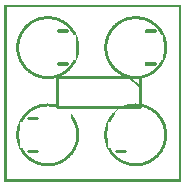
<source format=gto>
G04 MADE WITH FRITZING*
G04 WWW.FRITZING.ORG*
G04 DOUBLE SIDED*
G04 HOLES PLATED*
G04 CONTOUR ON CENTER OF CONTOUR VECTOR*
%ASAXBY*%
%FSLAX23Y23*%
%MOIN*%
%OFA0B0*%
%SFA1.0B1.0*%
%ADD10C,0.010000*%
%ADD11C,0.005000*%
%ADD12C,0.011000*%
%ADD13R,0.001000X0.001000*%
%LNSILK1*%
G90*
G70*
G54D10*
X451Y351D02*
X174Y351D01*
D02*
X174Y351D02*
X174Y251D01*
D02*
X174Y251D02*
X451Y251D01*
D02*
X451Y251D02*
X451Y351D01*
G54D11*
D02*
X416Y351D02*
X451Y316D01*
G54D12*
X373Y102D02*
X403Y102D01*
D02*
X79Y212D02*
X109Y212D01*
D02*
X79Y102D02*
X109Y102D01*
D02*
G54D13*
X0Y591D02*
X589Y591D01*
X0Y590D02*
X589Y590D01*
X0Y589D02*
X589Y589D01*
X0Y588D02*
X589Y588D01*
X0Y587D02*
X589Y587D01*
X0Y586D02*
X589Y586D01*
X0Y585D02*
X589Y585D01*
X0Y584D02*
X589Y584D01*
X0Y583D02*
X7Y583D01*
X582Y583D02*
X589Y583D01*
X0Y582D02*
X7Y582D01*
X582Y582D02*
X589Y582D01*
X0Y581D02*
X7Y581D01*
X582Y581D02*
X589Y581D01*
X0Y580D02*
X7Y580D01*
X582Y580D02*
X589Y580D01*
X0Y579D02*
X7Y579D01*
X582Y579D02*
X589Y579D01*
X0Y578D02*
X7Y578D01*
X582Y578D02*
X589Y578D01*
X0Y577D02*
X7Y577D01*
X582Y577D02*
X589Y577D01*
X0Y576D02*
X7Y576D01*
X582Y576D02*
X589Y576D01*
X0Y575D02*
X7Y575D01*
X582Y575D02*
X589Y575D01*
X0Y574D02*
X7Y574D01*
X582Y574D02*
X589Y574D01*
X0Y573D02*
X7Y573D01*
X582Y573D02*
X589Y573D01*
X0Y572D02*
X7Y572D01*
X582Y572D02*
X589Y572D01*
X0Y571D02*
X7Y571D01*
X582Y571D02*
X589Y571D01*
X0Y570D02*
X7Y570D01*
X582Y570D02*
X589Y570D01*
X0Y569D02*
X7Y569D01*
X582Y569D02*
X589Y569D01*
X0Y568D02*
X7Y568D01*
X582Y568D02*
X589Y568D01*
X0Y567D02*
X7Y567D01*
X582Y567D02*
X589Y567D01*
X0Y566D02*
X7Y566D01*
X582Y566D02*
X589Y566D01*
X0Y565D02*
X7Y565D01*
X582Y565D02*
X589Y565D01*
X0Y564D02*
X7Y564D01*
X582Y564D02*
X589Y564D01*
X0Y563D02*
X7Y563D01*
X582Y563D02*
X589Y563D01*
X0Y562D02*
X7Y562D01*
X582Y562D02*
X589Y562D01*
X0Y561D02*
X7Y561D01*
X582Y561D02*
X589Y561D01*
X0Y560D02*
X7Y560D01*
X582Y560D02*
X589Y560D01*
X0Y559D02*
X7Y559D01*
X582Y559D02*
X589Y559D01*
X0Y558D02*
X7Y558D01*
X582Y558D02*
X589Y558D01*
X0Y557D02*
X7Y557D01*
X582Y557D02*
X589Y557D01*
X0Y556D02*
X7Y556D01*
X582Y556D02*
X589Y556D01*
X0Y555D02*
X7Y555D01*
X582Y555D02*
X589Y555D01*
X0Y554D02*
X7Y554D01*
X582Y554D02*
X589Y554D01*
X0Y553D02*
X7Y553D01*
X582Y553D02*
X589Y553D01*
X0Y552D02*
X7Y552D01*
X131Y552D02*
X156Y552D01*
X425Y552D02*
X450Y552D01*
X582Y552D02*
X589Y552D01*
X0Y551D02*
X7Y551D01*
X125Y551D02*
X163Y551D01*
X418Y551D02*
X456Y551D01*
X582Y551D02*
X589Y551D01*
X0Y550D02*
X7Y550D01*
X120Y550D02*
X167Y550D01*
X414Y550D02*
X461Y550D01*
X582Y550D02*
X589Y550D01*
X0Y549D02*
X7Y549D01*
X117Y549D02*
X171Y549D01*
X410Y549D02*
X465Y549D01*
X582Y549D02*
X589Y549D01*
X0Y548D02*
X7Y548D01*
X113Y548D02*
X175Y548D01*
X406Y548D02*
X468Y548D01*
X582Y548D02*
X589Y548D01*
X0Y547D02*
X7Y547D01*
X110Y547D02*
X178Y547D01*
X403Y547D02*
X471Y547D01*
X582Y547D02*
X589Y547D01*
X0Y546D02*
X7Y546D01*
X107Y546D02*
X180Y546D01*
X401Y546D02*
X474Y546D01*
X582Y546D02*
X589Y546D01*
X0Y545D02*
X7Y545D01*
X105Y545D02*
X183Y545D01*
X398Y545D02*
X476Y545D01*
X582Y545D02*
X589Y545D01*
X0Y544D02*
X7Y544D01*
X103Y544D02*
X185Y544D01*
X396Y544D02*
X479Y544D01*
X582Y544D02*
X589Y544D01*
X0Y543D02*
X7Y543D01*
X100Y543D02*
X187Y543D01*
X394Y543D02*
X481Y543D01*
X582Y543D02*
X589Y543D01*
X0Y542D02*
X7Y542D01*
X98Y542D02*
X131Y542D01*
X157Y542D02*
X189Y542D01*
X392Y542D02*
X424Y542D01*
X450Y542D02*
X483Y542D01*
X582Y542D02*
X589Y542D01*
X0Y541D02*
X7Y541D01*
X96Y541D02*
X124Y541D01*
X163Y541D02*
X192Y541D01*
X390Y541D02*
X418Y541D01*
X457Y541D02*
X485Y541D01*
X582Y541D02*
X589Y541D01*
X0Y540D02*
X7Y540D01*
X94Y540D02*
X120Y540D01*
X168Y540D02*
X194Y540D01*
X388Y540D02*
X413Y540D01*
X461Y540D02*
X487Y540D01*
X582Y540D02*
X589Y540D01*
X0Y539D02*
X7Y539D01*
X93Y539D02*
X116Y539D01*
X171Y539D02*
X195Y539D01*
X386Y539D02*
X410Y539D01*
X465Y539D02*
X488Y539D01*
X582Y539D02*
X589Y539D01*
X0Y538D02*
X7Y538D01*
X91Y538D02*
X113Y538D01*
X174Y538D02*
X197Y538D01*
X384Y538D02*
X407Y538D01*
X468Y538D02*
X490Y538D01*
X582Y538D02*
X589Y538D01*
X0Y537D02*
X7Y537D01*
X89Y537D02*
X111Y537D01*
X177Y537D02*
X199Y537D01*
X383Y537D02*
X404Y537D01*
X470Y537D02*
X492Y537D01*
X582Y537D02*
X589Y537D01*
X0Y536D02*
X7Y536D01*
X88Y536D02*
X108Y536D01*
X180Y536D02*
X200Y536D01*
X381Y536D02*
X401Y536D01*
X473Y536D02*
X493Y536D01*
X582Y536D02*
X589Y536D01*
X0Y535D02*
X7Y535D01*
X86Y535D02*
X105Y535D01*
X182Y535D02*
X202Y535D01*
X379Y535D02*
X399Y535D01*
X476Y535D02*
X495Y535D01*
X582Y535D02*
X589Y535D01*
X0Y534D02*
X7Y534D01*
X85Y534D02*
X103Y534D01*
X184Y534D02*
X203Y534D01*
X378Y534D02*
X397Y534D01*
X478Y534D02*
X496Y534D01*
X582Y534D02*
X589Y534D01*
X0Y533D02*
X7Y533D01*
X83Y533D02*
X101Y533D01*
X187Y533D02*
X205Y533D01*
X376Y533D02*
X395Y533D01*
X480Y533D02*
X498Y533D01*
X582Y533D02*
X589Y533D01*
X0Y532D02*
X7Y532D01*
X82Y532D02*
X99Y532D01*
X189Y532D02*
X206Y532D01*
X375Y532D02*
X392Y532D01*
X482Y532D02*
X499Y532D01*
X582Y532D02*
X589Y532D01*
X0Y531D02*
X7Y531D01*
X81Y531D02*
X97Y531D01*
X190Y531D02*
X207Y531D01*
X374Y531D02*
X391Y531D01*
X484Y531D02*
X501Y531D01*
X582Y531D02*
X589Y531D01*
X0Y530D02*
X7Y530D01*
X79Y530D02*
X96Y530D01*
X192Y530D02*
X209Y530D01*
X372Y530D02*
X389Y530D01*
X485Y530D02*
X502Y530D01*
X582Y530D02*
X589Y530D01*
X0Y529D02*
X7Y529D01*
X78Y529D02*
X94Y529D01*
X194Y529D02*
X210Y529D01*
X371Y529D02*
X387Y529D01*
X487Y529D02*
X503Y529D01*
X582Y529D02*
X589Y529D01*
X0Y528D02*
X7Y528D01*
X77Y528D02*
X92Y528D01*
X195Y528D02*
X211Y528D01*
X370Y528D02*
X386Y528D01*
X489Y528D02*
X504Y528D01*
X582Y528D02*
X589Y528D01*
X0Y527D02*
X7Y527D01*
X76Y527D02*
X91Y527D01*
X197Y527D02*
X212Y527D01*
X369Y527D02*
X384Y527D01*
X490Y527D02*
X505Y527D01*
X582Y527D02*
X589Y527D01*
X0Y526D02*
X7Y526D01*
X75Y526D02*
X89Y526D01*
X198Y526D02*
X213Y526D01*
X368Y526D02*
X383Y526D01*
X492Y526D02*
X507Y526D01*
X582Y526D02*
X589Y526D01*
X0Y525D02*
X7Y525D01*
X73Y525D02*
X88Y525D01*
X200Y525D02*
X214Y525D01*
X367Y525D02*
X381Y525D01*
X493Y525D02*
X508Y525D01*
X582Y525D02*
X589Y525D01*
X0Y524D02*
X7Y524D01*
X72Y524D02*
X87Y524D01*
X201Y524D02*
X216Y524D01*
X366Y524D02*
X380Y524D01*
X494Y524D02*
X509Y524D01*
X582Y524D02*
X589Y524D01*
X0Y523D02*
X7Y523D01*
X71Y523D02*
X85Y523D01*
X202Y523D02*
X217Y523D01*
X364Y523D02*
X379Y523D01*
X496Y523D02*
X510Y523D01*
X582Y523D02*
X589Y523D01*
X0Y522D02*
X7Y522D01*
X70Y522D02*
X84Y522D01*
X204Y522D02*
X218Y522D01*
X363Y522D02*
X377Y522D01*
X497Y522D02*
X511Y522D01*
X582Y522D02*
X589Y522D01*
X0Y521D02*
X7Y521D01*
X69Y521D02*
X83Y521D01*
X205Y521D02*
X219Y521D01*
X362Y521D02*
X376Y521D01*
X498Y521D02*
X512Y521D01*
X582Y521D02*
X589Y521D01*
X0Y520D02*
X7Y520D01*
X68Y520D02*
X82Y520D01*
X206Y520D02*
X220Y520D01*
X362Y520D02*
X375Y520D01*
X499Y520D02*
X513Y520D01*
X582Y520D02*
X589Y520D01*
X0Y519D02*
X7Y519D01*
X67Y519D02*
X81Y519D01*
X207Y519D02*
X220Y519D01*
X361Y519D02*
X374Y519D01*
X500Y519D02*
X514Y519D01*
X582Y519D02*
X589Y519D01*
X0Y518D02*
X7Y518D01*
X66Y518D02*
X80Y518D01*
X208Y518D02*
X221Y518D01*
X360Y518D02*
X373Y518D01*
X502Y518D02*
X515Y518D01*
X582Y518D02*
X589Y518D01*
X0Y517D02*
X7Y517D01*
X66Y517D02*
X78Y517D01*
X209Y517D02*
X222Y517D01*
X359Y517D02*
X372Y517D01*
X503Y517D02*
X515Y517D01*
X582Y517D02*
X589Y517D01*
X0Y516D02*
X7Y516D01*
X65Y516D02*
X77Y516D01*
X210Y516D02*
X223Y516D01*
X358Y516D02*
X371Y516D01*
X504Y516D02*
X516Y516D01*
X582Y516D02*
X589Y516D01*
X0Y515D02*
X7Y515D01*
X64Y515D02*
X76Y515D01*
X212Y515D02*
X224Y515D01*
X357Y515D02*
X370Y515D01*
X505Y515D02*
X517Y515D01*
X582Y515D02*
X589Y515D01*
X0Y514D02*
X7Y514D01*
X63Y514D02*
X75Y514D01*
X212Y514D02*
X225Y514D01*
X356Y514D02*
X369Y514D01*
X506Y514D02*
X518Y514D01*
X582Y514D02*
X589Y514D01*
X0Y513D02*
X7Y513D01*
X62Y513D02*
X74Y513D01*
X213Y513D02*
X226Y513D01*
X355Y513D02*
X368Y513D01*
X507Y513D02*
X519Y513D01*
X582Y513D02*
X589Y513D01*
X0Y512D02*
X7Y512D01*
X61Y512D02*
X74Y512D01*
X214Y512D02*
X226Y512D01*
X355Y512D02*
X367Y512D01*
X508Y512D02*
X520Y512D01*
X582Y512D02*
X589Y512D01*
X0Y511D02*
X7Y511D01*
X61Y511D02*
X73Y511D01*
X215Y511D02*
X227Y511D01*
X354Y511D02*
X366Y511D01*
X508Y511D02*
X520Y511D01*
X582Y511D02*
X589Y511D01*
X0Y510D02*
X7Y510D01*
X60Y510D02*
X72Y510D01*
X216Y510D02*
X228Y510D01*
X353Y510D02*
X365Y510D01*
X509Y510D02*
X521Y510D01*
X582Y510D02*
X589Y510D01*
X0Y509D02*
X7Y509D01*
X59Y509D02*
X71Y509D01*
X217Y509D02*
X229Y509D01*
X353Y509D02*
X364Y509D01*
X510Y509D02*
X522Y509D01*
X582Y509D02*
X589Y509D01*
X0Y508D02*
X7Y508D01*
X59Y508D02*
X70Y508D01*
X177Y508D02*
X210Y508D01*
X218Y508D02*
X229Y508D01*
X352Y508D02*
X363Y508D01*
X471Y508D02*
X503Y508D01*
X511Y508D02*
X523Y508D01*
X582Y508D02*
X589Y508D01*
X0Y507D02*
X7Y507D01*
X58Y507D02*
X69Y507D01*
X176Y507D02*
X212Y507D01*
X219Y507D02*
X230Y507D01*
X351Y507D02*
X362Y507D01*
X469Y507D02*
X505Y507D01*
X512Y507D02*
X523Y507D01*
X582Y507D02*
X589Y507D01*
X0Y506D02*
X7Y506D01*
X57Y506D02*
X68Y506D01*
X175Y506D02*
X213Y506D01*
X219Y506D02*
X231Y506D01*
X350Y506D02*
X362Y506D01*
X468Y506D02*
X506Y506D01*
X513Y506D02*
X524Y506D01*
X582Y506D02*
X589Y506D01*
X0Y505D02*
X7Y505D01*
X57Y505D02*
X68Y505D01*
X174Y505D02*
X213Y505D01*
X220Y505D02*
X231Y505D01*
X350Y505D02*
X361Y505D01*
X468Y505D02*
X507Y505D01*
X513Y505D02*
X525Y505D01*
X582Y505D02*
X589Y505D01*
X0Y504D02*
X7Y504D01*
X56Y504D02*
X67Y504D01*
X174Y504D02*
X214Y504D01*
X221Y504D02*
X232Y504D01*
X349Y504D02*
X360Y504D01*
X467Y504D02*
X507Y504D01*
X514Y504D02*
X525Y504D01*
X582Y504D02*
X589Y504D01*
X0Y503D02*
X7Y503D01*
X55Y503D02*
X66Y503D01*
X174Y503D02*
X214Y503D01*
X222Y503D02*
X233Y503D01*
X349Y503D02*
X359Y503D01*
X467Y503D02*
X507Y503D01*
X515Y503D02*
X526Y503D01*
X582Y503D02*
X589Y503D01*
X0Y502D02*
X7Y502D01*
X55Y502D02*
X65Y502D01*
X174Y502D02*
X214Y502D01*
X222Y502D02*
X233Y502D01*
X348Y502D02*
X359Y502D01*
X467Y502D02*
X507Y502D01*
X516Y502D02*
X526Y502D01*
X582Y502D02*
X589Y502D01*
X0Y501D02*
X7Y501D01*
X54Y501D02*
X65Y501D01*
X174Y501D02*
X213Y501D01*
X223Y501D02*
X234Y501D01*
X347Y501D02*
X358Y501D01*
X468Y501D02*
X507Y501D01*
X516Y501D02*
X527Y501D01*
X582Y501D02*
X589Y501D01*
X0Y500D02*
X7Y500D01*
X54Y500D02*
X64Y500D01*
X175Y500D02*
X213Y500D01*
X224Y500D02*
X234Y500D01*
X347Y500D02*
X357Y500D01*
X468Y500D02*
X506Y500D01*
X517Y500D02*
X528Y500D01*
X582Y500D02*
X589Y500D01*
X0Y499D02*
X7Y499D01*
X53Y499D02*
X63Y499D01*
X176Y499D02*
X212Y499D01*
X224Y499D02*
X235Y499D01*
X346Y499D02*
X357Y499D01*
X469Y499D02*
X505Y499D01*
X518Y499D02*
X528Y499D01*
X582Y499D02*
X589Y499D01*
X0Y498D02*
X7Y498D01*
X52Y498D02*
X63Y498D01*
X177Y498D02*
X211Y498D01*
X225Y498D02*
X236Y498D01*
X346Y498D02*
X356Y498D01*
X470Y498D02*
X504Y498D01*
X518Y498D02*
X529Y498D01*
X582Y498D02*
X589Y498D01*
X0Y497D02*
X7Y497D01*
X52Y497D02*
X62Y497D01*
X226Y497D02*
X236Y497D01*
X345Y497D02*
X355Y497D01*
X519Y497D02*
X529Y497D01*
X582Y497D02*
X589Y497D01*
X0Y496D02*
X7Y496D01*
X51Y496D02*
X62Y496D01*
X226Y496D02*
X236Y496D01*
X345Y496D02*
X355Y496D01*
X519Y496D02*
X530Y496D01*
X582Y496D02*
X589Y496D01*
X0Y495D02*
X7Y495D01*
X51Y495D02*
X61Y495D01*
X227Y495D02*
X237Y495D01*
X344Y495D02*
X354Y495D01*
X520Y495D02*
X530Y495D01*
X582Y495D02*
X589Y495D01*
X0Y494D02*
X7Y494D01*
X50Y494D02*
X60Y494D01*
X227Y494D02*
X237Y494D01*
X344Y494D02*
X354Y494D01*
X521Y494D02*
X531Y494D01*
X582Y494D02*
X589Y494D01*
X0Y493D02*
X7Y493D01*
X50Y493D02*
X60Y493D01*
X228Y493D02*
X238Y493D01*
X343Y493D02*
X353Y493D01*
X521Y493D02*
X531Y493D01*
X582Y493D02*
X589Y493D01*
X0Y492D02*
X7Y492D01*
X49Y492D02*
X59Y492D01*
X229Y492D02*
X238Y492D01*
X343Y492D02*
X353Y492D01*
X522Y492D02*
X532Y492D01*
X582Y492D02*
X589Y492D01*
X0Y491D02*
X7Y491D01*
X49Y491D02*
X59Y491D01*
X229Y491D02*
X239Y491D01*
X342Y491D02*
X352Y491D01*
X522Y491D02*
X532Y491D01*
X582Y491D02*
X589Y491D01*
X0Y490D02*
X7Y490D01*
X48Y490D02*
X58Y490D01*
X237Y490D02*
X239Y490D01*
X342Y490D02*
X352Y490D01*
X530Y490D02*
X533Y490D01*
X582Y490D02*
X589Y490D01*
X0Y489D02*
X7Y489D01*
X48Y489D02*
X58Y489D01*
X237Y489D02*
X240Y489D01*
X341Y489D02*
X351Y489D01*
X530Y489D02*
X533Y489D01*
X582Y489D02*
X589Y489D01*
X0Y488D02*
X7Y488D01*
X48Y488D02*
X57Y488D01*
X237Y488D02*
X240Y488D01*
X341Y488D02*
X351Y488D01*
X530Y488D02*
X534Y488D01*
X582Y488D02*
X589Y488D01*
X0Y487D02*
X7Y487D01*
X47Y487D02*
X57Y487D01*
X237Y487D02*
X241Y487D01*
X340Y487D02*
X350Y487D01*
X530Y487D02*
X534Y487D01*
X582Y487D02*
X589Y487D01*
X0Y486D02*
X7Y486D01*
X47Y486D02*
X56Y486D01*
X237Y486D02*
X241Y486D01*
X340Y486D02*
X350Y486D01*
X530Y486D02*
X534Y486D01*
X582Y486D02*
X589Y486D01*
X0Y485D02*
X7Y485D01*
X46Y485D02*
X56Y485D01*
X237Y485D02*
X241Y485D01*
X340Y485D02*
X349Y485D01*
X530Y485D02*
X535Y485D01*
X582Y485D02*
X589Y485D01*
X0Y484D02*
X7Y484D01*
X46Y484D02*
X56Y484D01*
X237Y484D02*
X242Y484D01*
X339Y484D02*
X349Y484D01*
X530Y484D02*
X535Y484D01*
X582Y484D02*
X589Y484D01*
X0Y483D02*
X7Y483D01*
X46Y483D02*
X55Y483D01*
X237Y483D02*
X242Y483D01*
X339Y483D02*
X348Y483D01*
X530Y483D02*
X535Y483D01*
X582Y483D02*
X589Y483D01*
X0Y482D02*
X7Y482D01*
X45Y482D02*
X55Y482D01*
X237Y482D02*
X243Y482D01*
X339Y482D02*
X348Y482D01*
X530Y482D02*
X536Y482D01*
X582Y482D02*
X589Y482D01*
X0Y481D02*
X7Y481D01*
X45Y481D02*
X54Y481D01*
X237Y481D02*
X243Y481D01*
X338Y481D02*
X348Y481D01*
X530Y481D02*
X536Y481D01*
X582Y481D02*
X589Y481D01*
X0Y480D02*
X7Y480D01*
X45Y480D02*
X54Y480D01*
X237Y480D02*
X243Y480D01*
X338Y480D02*
X347Y480D01*
X530Y480D02*
X536Y480D01*
X582Y480D02*
X589Y480D01*
X0Y479D02*
X7Y479D01*
X44Y479D02*
X54Y479D01*
X237Y479D02*
X244Y479D01*
X338Y479D02*
X347Y479D01*
X530Y479D02*
X537Y479D01*
X582Y479D02*
X589Y479D01*
X0Y478D02*
X7Y478D01*
X44Y478D02*
X53Y478D01*
X237Y478D02*
X244Y478D01*
X337Y478D02*
X347Y478D01*
X530Y478D02*
X537Y478D01*
X582Y478D02*
X589Y478D01*
X0Y477D02*
X7Y477D01*
X44Y477D02*
X53Y477D01*
X237Y477D02*
X244Y477D01*
X337Y477D02*
X346Y477D01*
X530Y477D02*
X537Y477D01*
X582Y477D02*
X589Y477D01*
X0Y476D02*
X7Y476D01*
X43Y476D02*
X53Y476D01*
X237Y476D02*
X244Y476D01*
X337Y476D02*
X346Y476D01*
X530Y476D02*
X538Y476D01*
X582Y476D02*
X589Y476D01*
X0Y475D02*
X7Y475D01*
X43Y475D02*
X52Y475D01*
X237Y475D02*
X245Y475D01*
X336Y475D02*
X346Y475D01*
X530Y475D02*
X538Y475D01*
X582Y475D02*
X589Y475D01*
X0Y474D02*
X7Y474D01*
X43Y474D02*
X52Y474D01*
X237Y474D02*
X245Y474D01*
X336Y474D02*
X345Y474D01*
X530Y474D02*
X538Y474D01*
X582Y474D02*
X589Y474D01*
X0Y473D02*
X7Y473D01*
X43Y473D02*
X52Y473D01*
X237Y473D02*
X245Y473D01*
X336Y473D02*
X345Y473D01*
X530Y473D02*
X538Y473D01*
X582Y473D02*
X589Y473D01*
X0Y472D02*
X7Y472D01*
X42Y472D02*
X52Y472D01*
X237Y472D02*
X245Y472D01*
X336Y472D02*
X345Y472D01*
X530Y472D02*
X539Y472D01*
X582Y472D02*
X589Y472D01*
X0Y471D02*
X7Y471D01*
X42Y471D02*
X51Y471D01*
X237Y471D02*
X246Y471D01*
X335Y471D02*
X345Y471D01*
X530Y471D02*
X539Y471D01*
X582Y471D02*
X589Y471D01*
X0Y470D02*
X7Y470D01*
X42Y470D02*
X51Y470D01*
X237Y470D02*
X246Y470D01*
X335Y470D02*
X344Y470D01*
X530Y470D02*
X539Y470D01*
X582Y470D02*
X589Y470D01*
X0Y469D02*
X7Y469D01*
X42Y469D02*
X51Y469D01*
X237Y469D02*
X246Y469D01*
X335Y469D02*
X344Y469D01*
X530Y469D02*
X539Y469D01*
X582Y469D02*
X589Y469D01*
X0Y468D02*
X7Y468D01*
X41Y468D02*
X51Y468D01*
X237Y468D02*
X246Y468D01*
X335Y468D02*
X344Y468D01*
X530Y468D02*
X540Y468D01*
X582Y468D02*
X589Y468D01*
X0Y467D02*
X7Y467D01*
X41Y467D02*
X50Y467D01*
X237Y467D02*
X247Y467D01*
X335Y467D02*
X344Y467D01*
X531Y467D02*
X540Y467D01*
X582Y467D02*
X589Y467D01*
X0Y466D02*
X7Y466D01*
X41Y466D02*
X50Y466D01*
X238Y466D02*
X247Y466D01*
X334Y466D02*
X343Y466D01*
X531Y466D02*
X540Y466D01*
X582Y466D02*
X589Y466D01*
X0Y465D02*
X7Y465D01*
X41Y465D02*
X50Y465D01*
X238Y465D02*
X247Y465D01*
X334Y465D02*
X343Y465D01*
X531Y465D02*
X540Y465D01*
X582Y465D02*
X589Y465D01*
X0Y464D02*
X7Y464D01*
X41Y464D02*
X50Y464D01*
X238Y464D02*
X247Y464D01*
X334Y464D02*
X343Y464D01*
X531Y464D02*
X540Y464D01*
X582Y464D02*
X589Y464D01*
X0Y463D02*
X7Y463D01*
X41Y463D02*
X50Y463D01*
X238Y463D02*
X247Y463D01*
X334Y463D02*
X343Y463D01*
X531Y463D02*
X540Y463D01*
X582Y463D02*
X589Y463D01*
X0Y462D02*
X7Y462D01*
X40Y462D02*
X50Y462D01*
X238Y462D02*
X247Y462D01*
X334Y462D02*
X343Y462D01*
X532Y462D02*
X541Y462D01*
X582Y462D02*
X589Y462D01*
X0Y461D02*
X7Y461D01*
X40Y461D02*
X49Y461D01*
X238Y461D02*
X247Y461D01*
X334Y461D02*
X343Y461D01*
X532Y461D02*
X541Y461D01*
X582Y461D02*
X589Y461D01*
X0Y460D02*
X7Y460D01*
X40Y460D02*
X49Y460D01*
X239Y460D02*
X248Y460D01*
X333Y460D02*
X343Y460D01*
X532Y460D02*
X541Y460D01*
X582Y460D02*
X589Y460D01*
X0Y459D02*
X7Y459D01*
X40Y459D02*
X49Y459D01*
X239Y459D02*
X248Y459D01*
X333Y459D02*
X342Y459D01*
X532Y459D02*
X541Y459D01*
X582Y459D02*
X589Y459D01*
X0Y458D02*
X7Y458D01*
X40Y458D02*
X49Y458D01*
X239Y458D02*
X248Y458D01*
X333Y458D02*
X342Y458D01*
X532Y458D02*
X541Y458D01*
X582Y458D02*
X589Y458D01*
X0Y457D02*
X7Y457D01*
X40Y457D02*
X49Y457D01*
X239Y457D02*
X248Y457D01*
X333Y457D02*
X342Y457D01*
X532Y457D02*
X541Y457D01*
X582Y457D02*
X589Y457D01*
X0Y456D02*
X7Y456D01*
X40Y456D02*
X49Y456D01*
X239Y456D02*
X248Y456D01*
X333Y456D02*
X342Y456D01*
X532Y456D02*
X541Y456D01*
X582Y456D02*
X589Y456D01*
X0Y455D02*
X7Y455D01*
X40Y455D02*
X49Y455D01*
X239Y455D02*
X248Y455D01*
X333Y455D02*
X342Y455D01*
X532Y455D02*
X541Y455D01*
X582Y455D02*
X589Y455D01*
X0Y454D02*
X7Y454D01*
X40Y454D02*
X49Y454D01*
X239Y454D02*
X248Y454D01*
X333Y454D02*
X342Y454D01*
X532Y454D02*
X541Y454D01*
X582Y454D02*
X589Y454D01*
X0Y453D02*
X7Y453D01*
X40Y453D02*
X49Y453D01*
X239Y453D02*
X248Y453D01*
X333Y453D02*
X342Y453D01*
X532Y453D02*
X541Y453D01*
X582Y453D02*
X589Y453D01*
X0Y452D02*
X7Y452D01*
X40Y452D02*
X49Y452D01*
X239Y452D02*
X248Y452D01*
X333Y452D02*
X342Y452D01*
X532Y452D02*
X541Y452D01*
X582Y452D02*
X589Y452D01*
X0Y451D02*
X7Y451D01*
X40Y451D02*
X49Y451D01*
X239Y451D02*
X248Y451D01*
X333Y451D02*
X342Y451D01*
X532Y451D02*
X541Y451D01*
X582Y451D02*
X589Y451D01*
X0Y450D02*
X7Y450D01*
X40Y450D02*
X49Y450D01*
X239Y450D02*
X248Y450D01*
X333Y450D02*
X342Y450D01*
X533Y450D02*
X542Y450D01*
X582Y450D02*
X589Y450D01*
X0Y449D02*
X7Y449D01*
X40Y449D02*
X49Y449D01*
X239Y449D02*
X248Y449D01*
X333Y449D02*
X342Y449D01*
X533Y449D02*
X542Y449D01*
X582Y449D02*
X589Y449D01*
X0Y448D02*
X7Y448D01*
X40Y448D02*
X49Y448D01*
X239Y448D02*
X248Y448D01*
X333Y448D02*
X342Y448D01*
X533Y448D02*
X542Y448D01*
X582Y448D02*
X589Y448D01*
X0Y447D02*
X7Y447D01*
X40Y447D02*
X49Y447D01*
X239Y447D02*
X248Y447D01*
X333Y447D02*
X342Y447D01*
X533Y447D02*
X542Y447D01*
X582Y447D02*
X589Y447D01*
X0Y446D02*
X7Y446D01*
X40Y446D02*
X49Y446D01*
X239Y446D02*
X248Y446D01*
X333Y446D02*
X342Y446D01*
X533Y446D02*
X542Y446D01*
X582Y446D02*
X589Y446D01*
X0Y445D02*
X7Y445D01*
X40Y445D02*
X49Y445D01*
X239Y445D02*
X248Y445D01*
X333Y445D02*
X342Y445D01*
X532Y445D02*
X541Y445D01*
X582Y445D02*
X589Y445D01*
X0Y444D02*
X7Y444D01*
X40Y444D02*
X49Y444D01*
X239Y444D02*
X248Y444D01*
X333Y444D02*
X342Y444D01*
X532Y444D02*
X541Y444D01*
X582Y444D02*
X589Y444D01*
X0Y443D02*
X7Y443D01*
X40Y443D02*
X49Y443D01*
X239Y443D02*
X248Y443D01*
X333Y443D02*
X342Y443D01*
X532Y443D02*
X541Y443D01*
X582Y443D02*
X589Y443D01*
X0Y442D02*
X7Y442D01*
X40Y442D02*
X49Y442D01*
X239Y442D02*
X248Y442D01*
X333Y442D02*
X342Y442D01*
X532Y442D02*
X541Y442D01*
X582Y442D02*
X589Y442D01*
X0Y441D02*
X7Y441D01*
X40Y441D02*
X49Y441D01*
X239Y441D02*
X248Y441D01*
X333Y441D02*
X342Y441D01*
X532Y441D02*
X541Y441D01*
X582Y441D02*
X589Y441D01*
X0Y440D02*
X7Y440D01*
X40Y440D02*
X49Y440D01*
X239Y440D02*
X248Y440D01*
X333Y440D02*
X342Y440D01*
X532Y440D02*
X541Y440D01*
X582Y440D02*
X589Y440D01*
X0Y439D02*
X7Y439D01*
X40Y439D02*
X49Y439D01*
X239Y439D02*
X248Y439D01*
X333Y439D02*
X342Y439D01*
X532Y439D02*
X541Y439D01*
X582Y439D02*
X589Y439D01*
X0Y438D02*
X7Y438D01*
X40Y438D02*
X49Y438D01*
X239Y438D02*
X248Y438D01*
X333Y438D02*
X342Y438D01*
X532Y438D02*
X541Y438D01*
X582Y438D02*
X589Y438D01*
X0Y437D02*
X7Y437D01*
X40Y437D02*
X49Y437D01*
X239Y437D02*
X248Y437D01*
X333Y437D02*
X342Y437D01*
X532Y437D02*
X541Y437D01*
X582Y437D02*
X589Y437D01*
X0Y436D02*
X7Y436D01*
X40Y436D02*
X49Y436D01*
X239Y436D02*
X248Y436D01*
X333Y436D02*
X343Y436D01*
X532Y436D02*
X541Y436D01*
X582Y436D02*
X589Y436D01*
X0Y435D02*
X7Y435D01*
X40Y435D02*
X49Y435D01*
X238Y435D02*
X247Y435D01*
X334Y435D02*
X343Y435D01*
X532Y435D02*
X541Y435D01*
X582Y435D02*
X589Y435D01*
X0Y434D02*
X7Y434D01*
X40Y434D02*
X50Y434D01*
X238Y434D02*
X247Y434D01*
X334Y434D02*
X343Y434D01*
X532Y434D02*
X541Y434D01*
X582Y434D02*
X589Y434D01*
X0Y433D02*
X7Y433D01*
X41Y433D02*
X50Y433D01*
X238Y433D02*
X247Y433D01*
X334Y433D02*
X343Y433D01*
X531Y433D02*
X540Y433D01*
X582Y433D02*
X589Y433D01*
X0Y432D02*
X7Y432D01*
X41Y432D02*
X50Y432D01*
X238Y432D02*
X247Y432D01*
X334Y432D02*
X343Y432D01*
X531Y432D02*
X540Y432D01*
X582Y432D02*
X589Y432D01*
X0Y431D02*
X7Y431D01*
X41Y431D02*
X50Y431D01*
X238Y431D02*
X247Y431D01*
X334Y431D02*
X343Y431D01*
X531Y431D02*
X540Y431D01*
X582Y431D02*
X589Y431D01*
X0Y430D02*
X7Y430D01*
X41Y430D02*
X50Y430D01*
X238Y430D02*
X247Y430D01*
X334Y430D02*
X343Y430D01*
X531Y430D02*
X540Y430D01*
X582Y430D02*
X589Y430D01*
X0Y429D02*
X7Y429D01*
X41Y429D02*
X50Y429D01*
X237Y429D02*
X247Y429D01*
X335Y429D02*
X344Y429D01*
X531Y429D02*
X540Y429D01*
X582Y429D02*
X589Y429D01*
X0Y428D02*
X7Y428D01*
X41Y428D02*
X51Y428D01*
X237Y428D02*
X246Y428D01*
X335Y428D02*
X344Y428D01*
X531Y428D02*
X540Y428D01*
X582Y428D02*
X589Y428D01*
X0Y427D02*
X7Y427D01*
X42Y427D02*
X51Y427D01*
X237Y427D02*
X246Y427D01*
X335Y427D02*
X344Y427D01*
X530Y427D02*
X539Y427D01*
X582Y427D02*
X589Y427D01*
X0Y426D02*
X7Y426D01*
X42Y426D02*
X51Y426D01*
X237Y426D02*
X246Y426D01*
X335Y426D02*
X344Y426D01*
X530Y426D02*
X539Y426D01*
X582Y426D02*
X589Y426D01*
X0Y425D02*
X7Y425D01*
X42Y425D02*
X51Y425D01*
X237Y425D02*
X246Y425D01*
X335Y425D02*
X344Y425D01*
X530Y425D02*
X539Y425D01*
X582Y425D02*
X589Y425D01*
X0Y424D02*
X7Y424D01*
X42Y424D02*
X51Y424D01*
X237Y424D02*
X245Y424D01*
X336Y424D02*
X345Y424D01*
X530Y424D02*
X539Y424D01*
X582Y424D02*
X589Y424D01*
X0Y423D02*
X7Y423D01*
X43Y423D02*
X52Y423D01*
X237Y423D02*
X245Y423D01*
X336Y423D02*
X345Y423D01*
X530Y423D02*
X538Y423D01*
X582Y423D02*
X589Y423D01*
X0Y422D02*
X7Y422D01*
X43Y422D02*
X52Y422D01*
X237Y422D02*
X245Y422D01*
X336Y422D02*
X345Y422D01*
X530Y422D02*
X538Y422D01*
X582Y422D02*
X589Y422D01*
X0Y421D02*
X7Y421D01*
X43Y421D02*
X52Y421D01*
X237Y421D02*
X245Y421D01*
X336Y421D02*
X346Y421D01*
X530Y421D02*
X538Y421D01*
X582Y421D02*
X589Y421D01*
X0Y420D02*
X7Y420D01*
X43Y420D02*
X53Y420D01*
X237Y420D02*
X244Y420D01*
X337Y420D02*
X346Y420D01*
X530Y420D02*
X538Y420D01*
X582Y420D02*
X589Y420D01*
X0Y419D02*
X7Y419D01*
X44Y419D02*
X53Y419D01*
X237Y419D02*
X244Y419D01*
X337Y419D02*
X346Y419D01*
X530Y419D02*
X537Y419D01*
X582Y419D02*
X589Y419D01*
X0Y418D02*
X7Y418D01*
X44Y418D02*
X53Y418D01*
X237Y418D02*
X244Y418D01*
X337Y418D02*
X347Y418D01*
X530Y418D02*
X537Y418D01*
X582Y418D02*
X589Y418D01*
X0Y417D02*
X7Y417D01*
X44Y417D02*
X54Y417D01*
X237Y417D02*
X244Y417D01*
X337Y417D02*
X347Y417D01*
X530Y417D02*
X537Y417D01*
X582Y417D02*
X589Y417D01*
X0Y416D02*
X7Y416D01*
X45Y416D02*
X54Y416D01*
X237Y416D02*
X243Y416D01*
X338Y416D02*
X347Y416D01*
X530Y416D02*
X537Y416D01*
X582Y416D02*
X589Y416D01*
X0Y415D02*
X7Y415D01*
X45Y415D02*
X54Y415D01*
X237Y415D02*
X243Y415D01*
X338Y415D02*
X348Y415D01*
X530Y415D02*
X536Y415D01*
X582Y415D02*
X589Y415D01*
X0Y414D02*
X7Y414D01*
X45Y414D02*
X55Y414D01*
X237Y414D02*
X243Y414D01*
X338Y414D02*
X348Y414D01*
X530Y414D02*
X536Y414D01*
X582Y414D02*
X589Y414D01*
X0Y413D02*
X7Y413D01*
X46Y413D02*
X55Y413D01*
X237Y413D02*
X242Y413D01*
X339Y413D02*
X348Y413D01*
X530Y413D02*
X535Y413D01*
X582Y413D02*
X589Y413D01*
X0Y412D02*
X7Y412D01*
X46Y412D02*
X55Y412D01*
X237Y412D02*
X242Y412D01*
X339Y412D02*
X349Y412D01*
X530Y412D02*
X535Y412D01*
X582Y412D02*
X589Y412D01*
X0Y411D02*
X7Y411D01*
X46Y411D02*
X56Y411D01*
X237Y411D02*
X241Y411D01*
X340Y411D02*
X349Y411D01*
X530Y411D02*
X535Y411D01*
X582Y411D02*
X589Y411D01*
X0Y410D02*
X7Y410D01*
X47Y410D02*
X56Y410D01*
X237Y410D02*
X241Y410D01*
X340Y410D02*
X350Y410D01*
X530Y410D02*
X534Y410D01*
X582Y410D02*
X589Y410D01*
X0Y409D02*
X7Y409D01*
X47Y409D02*
X57Y409D01*
X237Y409D02*
X241Y409D01*
X340Y409D02*
X350Y409D01*
X530Y409D02*
X534Y409D01*
X582Y409D02*
X589Y409D01*
X0Y408D02*
X7Y408D01*
X47Y408D02*
X57Y408D01*
X237Y408D02*
X240Y408D01*
X341Y408D02*
X351Y408D01*
X530Y408D02*
X534Y408D01*
X582Y408D02*
X589Y408D01*
X0Y407D02*
X7Y407D01*
X48Y407D02*
X58Y407D01*
X237Y407D02*
X240Y407D01*
X341Y407D02*
X351Y407D01*
X530Y407D02*
X533Y407D01*
X582Y407D02*
X589Y407D01*
X0Y406D02*
X7Y406D01*
X48Y406D02*
X58Y406D01*
X237Y406D02*
X239Y406D01*
X342Y406D02*
X352Y406D01*
X530Y406D02*
X533Y406D01*
X582Y406D02*
X589Y406D01*
X0Y405D02*
X7Y405D01*
X49Y405D02*
X59Y405D01*
X229Y405D02*
X239Y405D01*
X342Y405D02*
X352Y405D01*
X522Y405D02*
X532Y405D01*
X582Y405D02*
X589Y405D01*
X0Y404D02*
X7Y404D01*
X49Y404D02*
X59Y404D01*
X229Y404D02*
X238Y404D01*
X343Y404D02*
X352Y404D01*
X522Y404D02*
X532Y404D01*
X582Y404D02*
X589Y404D01*
X0Y403D02*
X7Y403D01*
X50Y403D02*
X60Y403D01*
X228Y403D02*
X238Y403D01*
X343Y403D02*
X353Y403D01*
X521Y403D02*
X531Y403D01*
X582Y403D02*
X589Y403D01*
X0Y402D02*
X7Y402D01*
X50Y402D02*
X60Y402D01*
X228Y402D02*
X238Y402D01*
X344Y402D02*
X354Y402D01*
X521Y402D02*
X531Y402D01*
X582Y402D02*
X589Y402D01*
X0Y401D02*
X7Y401D01*
X51Y401D02*
X61Y401D01*
X227Y401D02*
X237Y401D01*
X344Y401D02*
X354Y401D01*
X520Y401D02*
X530Y401D01*
X582Y401D02*
X589Y401D01*
X0Y400D02*
X7Y400D01*
X51Y400D02*
X62Y400D01*
X226Y400D02*
X237Y400D01*
X345Y400D02*
X355Y400D01*
X520Y400D02*
X530Y400D01*
X582Y400D02*
X589Y400D01*
X0Y399D02*
X7Y399D01*
X52Y399D02*
X62Y399D01*
X226Y399D02*
X236Y399D01*
X345Y399D02*
X355Y399D01*
X519Y399D02*
X529Y399D01*
X582Y399D02*
X589Y399D01*
X0Y398D02*
X7Y398D01*
X52Y398D02*
X63Y398D01*
X177Y398D02*
X211Y398D01*
X225Y398D02*
X236Y398D01*
X345Y398D02*
X356Y398D01*
X470Y398D02*
X504Y398D01*
X518Y398D02*
X529Y398D01*
X582Y398D02*
X589Y398D01*
X0Y397D02*
X7Y397D01*
X53Y397D02*
X63Y397D01*
X176Y397D02*
X212Y397D01*
X224Y397D02*
X235Y397D01*
X346Y397D02*
X357Y397D01*
X469Y397D02*
X505Y397D01*
X518Y397D02*
X528Y397D01*
X582Y397D02*
X589Y397D01*
X0Y396D02*
X7Y396D01*
X53Y396D02*
X64Y396D01*
X175Y396D02*
X213Y396D01*
X224Y396D02*
X234Y396D01*
X347Y396D02*
X357Y396D01*
X468Y396D02*
X506Y396D01*
X517Y396D02*
X528Y396D01*
X582Y396D02*
X589Y396D01*
X0Y395D02*
X7Y395D01*
X54Y395D02*
X65Y395D01*
X174Y395D02*
X213Y395D01*
X223Y395D02*
X234Y395D01*
X347Y395D02*
X358Y395D01*
X468Y395D02*
X507Y395D01*
X516Y395D02*
X527Y395D01*
X582Y395D02*
X589Y395D01*
X0Y394D02*
X7Y394D01*
X55Y394D02*
X65Y394D01*
X174Y394D02*
X214Y394D01*
X223Y394D02*
X233Y394D01*
X348Y394D02*
X359Y394D01*
X467Y394D02*
X507Y394D01*
X516Y394D02*
X526Y394D01*
X582Y394D02*
X589Y394D01*
X0Y393D02*
X7Y393D01*
X55Y393D02*
X66Y393D01*
X174Y393D02*
X214Y393D01*
X222Y393D02*
X233Y393D01*
X348Y393D02*
X359Y393D01*
X467Y393D02*
X507Y393D01*
X515Y393D02*
X526Y393D01*
X582Y393D02*
X589Y393D01*
X0Y392D02*
X7Y392D01*
X56Y392D02*
X67Y392D01*
X174Y392D02*
X214Y392D01*
X221Y392D02*
X232Y392D01*
X349Y392D02*
X360Y392D01*
X467Y392D02*
X507Y392D01*
X514Y392D02*
X525Y392D01*
X582Y392D02*
X589Y392D01*
X0Y391D02*
X7Y391D01*
X56Y391D02*
X68Y391D01*
X174Y391D02*
X213Y391D01*
X220Y391D02*
X231Y391D01*
X350Y391D02*
X361Y391D01*
X468Y391D02*
X507Y391D01*
X514Y391D02*
X525Y391D01*
X582Y391D02*
X589Y391D01*
X0Y390D02*
X7Y390D01*
X57Y390D02*
X68Y390D01*
X175Y390D02*
X213Y390D01*
X220Y390D02*
X231Y390D01*
X350Y390D02*
X362Y390D01*
X468Y390D02*
X506Y390D01*
X513Y390D02*
X524Y390D01*
X582Y390D02*
X589Y390D01*
X0Y389D02*
X7Y389D01*
X58Y389D02*
X69Y389D01*
X176Y389D02*
X212Y389D01*
X219Y389D02*
X230Y389D01*
X351Y389D02*
X362Y389D01*
X469Y389D02*
X505Y389D01*
X512Y389D02*
X523Y389D01*
X582Y389D02*
X589Y389D01*
X0Y388D02*
X7Y388D01*
X58Y388D02*
X70Y388D01*
X177Y388D02*
X211Y388D01*
X218Y388D02*
X229Y388D01*
X352Y388D02*
X363Y388D01*
X470Y388D02*
X504Y388D01*
X511Y388D02*
X523Y388D01*
X582Y388D02*
X589Y388D01*
X0Y387D02*
X7Y387D01*
X59Y387D02*
X71Y387D01*
X217Y387D02*
X229Y387D01*
X352Y387D02*
X364Y387D01*
X510Y387D02*
X522Y387D01*
X582Y387D02*
X589Y387D01*
X0Y386D02*
X7Y386D01*
X60Y386D02*
X72Y386D01*
X216Y386D02*
X228Y386D01*
X353Y386D02*
X365Y386D01*
X509Y386D02*
X521Y386D01*
X582Y386D02*
X589Y386D01*
X0Y385D02*
X7Y385D01*
X61Y385D02*
X72Y385D01*
X215Y385D02*
X227Y385D01*
X354Y385D02*
X366Y385D01*
X509Y385D02*
X520Y385D01*
X582Y385D02*
X589Y385D01*
X0Y384D02*
X7Y384D01*
X61Y384D02*
X73Y384D01*
X214Y384D02*
X226Y384D01*
X355Y384D02*
X367Y384D01*
X508Y384D02*
X520Y384D01*
X582Y384D02*
X589Y384D01*
X0Y383D02*
X7Y383D01*
X62Y383D02*
X74Y383D01*
X214Y383D02*
X226Y383D01*
X355Y383D02*
X368Y383D01*
X507Y383D02*
X519Y383D01*
X582Y383D02*
X589Y383D01*
X0Y382D02*
X7Y382D01*
X63Y382D02*
X75Y382D01*
X213Y382D02*
X225Y382D01*
X356Y382D02*
X368Y382D01*
X506Y382D02*
X518Y382D01*
X582Y382D02*
X589Y382D01*
X0Y381D02*
X7Y381D01*
X64Y381D02*
X76Y381D01*
X212Y381D02*
X224Y381D01*
X357Y381D02*
X369Y381D01*
X505Y381D02*
X517Y381D01*
X582Y381D02*
X589Y381D01*
X0Y380D02*
X7Y380D01*
X65Y380D02*
X77Y380D01*
X211Y380D02*
X223Y380D01*
X358Y380D02*
X370Y380D01*
X504Y380D02*
X516Y380D01*
X582Y380D02*
X589Y380D01*
X0Y379D02*
X7Y379D01*
X65Y379D02*
X78Y379D01*
X210Y379D02*
X222Y379D01*
X359Y379D02*
X372Y379D01*
X503Y379D02*
X516Y379D01*
X582Y379D02*
X589Y379D01*
X0Y378D02*
X7Y378D01*
X66Y378D02*
X79Y378D01*
X208Y378D02*
X221Y378D01*
X360Y378D02*
X373Y378D01*
X502Y378D02*
X515Y378D01*
X582Y378D02*
X589Y378D01*
X0Y377D02*
X7Y377D01*
X67Y377D02*
X80Y377D01*
X207Y377D02*
X221Y377D01*
X361Y377D02*
X374Y377D01*
X501Y377D02*
X514Y377D01*
X582Y377D02*
X589Y377D01*
X0Y376D02*
X7Y376D01*
X68Y376D02*
X82Y376D01*
X206Y376D02*
X220Y376D01*
X361Y376D02*
X375Y376D01*
X499Y376D02*
X513Y376D01*
X582Y376D02*
X589Y376D01*
X0Y375D02*
X7Y375D01*
X69Y375D02*
X83Y375D01*
X205Y375D02*
X219Y375D01*
X362Y375D02*
X376Y375D01*
X498Y375D02*
X512Y375D01*
X582Y375D02*
X589Y375D01*
X0Y374D02*
X7Y374D01*
X70Y374D02*
X84Y374D01*
X204Y374D02*
X218Y374D01*
X363Y374D02*
X377Y374D01*
X497Y374D02*
X511Y374D01*
X582Y374D02*
X589Y374D01*
X0Y373D02*
X7Y373D01*
X71Y373D02*
X85Y373D01*
X203Y373D02*
X217Y373D01*
X364Y373D02*
X379Y373D01*
X496Y373D02*
X510Y373D01*
X582Y373D02*
X589Y373D01*
X0Y372D02*
X7Y372D01*
X72Y372D02*
X87Y372D01*
X201Y372D02*
X216Y372D01*
X365Y372D02*
X380Y372D01*
X494Y372D02*
X509Y372D01*
X582Y372D02*
X589Y372D01*
X0Y371D02*
X7Y371D01*
X73Y371D02*
X88Y371D01*
X200Y371D02*
X215Y371D01*
X367Y371D02*
X381Y371D01*
X493Y371D02*
X508Y371D01*
X582Y371D02*
X589Y371D01*
X0Y370D02*
X7Y370D01*
X74Y370D02*
X89Y370D01*
X199Y370D02*
X213Y370D01*
X368Y370D02*
X383Y370D01*
X492Y370D02*
X507Y370D01*
X582Y370D02*
X589Y370D01*
X0Y369D02*
X7Y369D01*
X75Y369D02*
X91Y369D01*
X197Y369D02*
X212Y369D01*
X369Y369D02*
X384Y369D01*
X490Y369D02*
X506Y369D01*
X582Y369D02*
X589Y369D01*
X0Y368D02*
X7Y368D01*
X77Y368D02*
X92Y368D01*
X196Y368D02*
X211Y368D01*
X370Y368D02*
X386Y368D01*
X489Y368D02*
X504Y368D01*
X582Y368D02*
X589Y368D01*
X0Y367D02*
X7Y367D01*
X78Y367D02*
X94Y367D01*
X194Y367D02*
X210Y367D01*
X371Y367D02*
X387Y367D01*
X487Y367D02*
X503Y367D01*
X582Y367D02*
X589Y367D01*
X0Y366D02*
X7Y366D01*
X79Y366D02*
X96Y366D01*
X192Y366D02*
X209Y366D01*
X372Y366D02*
X389Y366D01*
X486Y366D02*
X502Y366D01*
X582Y366D02*
X589Y366D01*
X0Y365D02*
X7Y365D01*
X80Y365D02*
X97Y365D01*
X191Y365D02*
X207Y365D01*
X374Y365D02*
X390Y365D01*
X484Y365D02*
X501Y365D01*
X582Y365D02*
X589Y365D01*
X0Y364D02*
X7Y364D01*
X82Y364D02*
X99Y364D01*
X189Y364D02*
X206Y364D01*
X375Y364D02*
X392Y364D01*
X482Y364D02*
X499Y364D01*
X582Y364D02*
X589Y364D01*
X0Y363D02*
X7Y363D01*
X83Y363D02*
X101Y363D01*
X187Y363D02*
X205Y363D01*
X376Y363D02*
X394Y363D01*
X480Y363D02*
X498Y363D01*
X582Y363D02*
X589Y363D01*
X0Y362D02*
X7Y362D01*
X84Y362D02*
X103Y362D01*
X185Y362D02*
X203Y362D01*
X378Y362D02*
X396Y362D01*
X478Y362D02*
X497Y362D01*
X582Y362D02*
X589Y362D01*
X0Y361D02*
X7Y361D01*
X86Y361D02*
X105Y361D01*
X183Y361D02*
X202Y361D01*
X379Y361D02*
X398Y361D01*
X476Y361D02*
X495Y361D01*
X582Y361D02*
X589Y361D01*
X0Y360D02*
X7Y360D01*
X87Y360D02*
X108Y360D01*
X180Y360D02*
X200Y360D01*
X381Y360D02*
X401Y360D01*
X474Y360D02*
X494Y360D01*
X582Y360D02*
X589Y360D01*
X0Y359D02*
X7Y359D01*
X89Y359D02*
X110Y359D01*
X178Y359D02*
X199Y359D01*
X382Y359D02*
X404Y359D01*
X471Y359D02*
X492Y359D01*
X582Y359D02*
X589Y359D01*
X0Y358D02*
X7Y358D01*
X91Y358D02*
X113Y358D01*
X175Y358D02*
X197Y358D01*
X384Y358D02*
X406Y358D01*
X468Y358D02*
X490Y358D01*
X582Y358D02*
X589Y358D01*
X0Y357D02*
X7Y357D01*
X92Y357D02*
X116Y357D01*
X172Y357D02*
X195Y357D01*
X386Y357D02*
X409Y357D01*
X465Y357D02*
X489Y357D01*
X582Y357D02*
X589Y357D01*
X0Y356D02*
X7Y356D01*
X94Y356D02*
X120Y356D01*
X168Y356D02*
X194Y356D01*
X387Y356D02*
X413Y356D01*
X462Y356D02*
X487Y356D01*
X582Y356D02*
X589Y356D01*
X0Y355D02*
X7Y355D01*
X96Y355D02*
X124Y355D01*
X164Y355D02*
X192Y355D01*
X389Y355D02*
X417Y355D01*
X457Y355D02*
X485Y355D01*
X582Y355D02*
X589Y355D01*
X0Y354D02*
X7Y354D01*
X98Y354D02*
X130Y354D01*
X158Y354D02*
X190Y354D01*
X391Y354D02*
X423Y354D01*
X451Y354D02*
X483Y354D01*
X582Y354D02*
X589Y354D01*
X0Y353D02*
X7Y353D01*
X100Y353D02*
X188Y353D01*
X393Y353D02*
X481Y353D01*
X582Y353D02*
X589Y353D01*
X0Y352D02*
X7Y352D01*
X102Y352D02*
X186Y352D01*
X396Y352D02*
X479Y352D01*
X582Y352D02*
X589Y352D01*
X0Y351D02*
X7Y351D01*
X105Y351D02*
X183Y351D01*
X398Y351D02*
X477Y351D01*
X582Y351D02*
X589Y351D01*
X0Y350D02*
X7Y350D01*
X107Y350D02*
X181Y350D01*
X400Y350D02*
X474Y350D01*
X582Y350D02*
X589Y350D01*
X0Y349D02*
X7Y349D01*
X110Y349D02*
X178Y349D01*
X403Y349D02*
X471Y349D01*
X582Y349D02*
X589Y349D01*
X0Y348D02*
X7Y348D01*
X113Y348D02*
X175Y348D01*
X406Y348D02*
X468Y348D01*
X582Y348D02*
X589Y348D01*
X0Y347D02*
X7Y347D01*
X116Y347D02*
X172Y347D01*
X409Y347D02*
X465Y347D01*
X582Y347D02*
X589Y347D01*
X0Y346D02*
X7Y346D01*
X120Y346D02*
X168Y346D01*
X413Y346D02*
X461Y346D01*
X582Y346D02*
X589Y346D01*
X0Y345D02*
X7Y345D01*
X124Y345D02*
X163Y345D01*
X418Y345D02*
X457Y345D01*
X582Y345D02*
X589Y345D01*
X0Y344D02*
X7Y344D01*
X131Y344D02*
X157Y344D01*
X424Y344D02*
X450Y344D01*
X582Y344D02*
X589Y344D01*
X0Y343D02*
X7Y343D01*
X582Y343D02*
X589Y343D01*
X0Y342D02*
X7Y342D01*
X582Y342D02*
X589Y342D01*
X0Y341D02*
X7Y341D01*
X582Y341D02*
X589Y341D01*
X0Y340D02*
X7Y340D01*
X582Y340D02*
X589Y340D01*
X0Y339D02*
X7Y339D01*
X582Y339D02*
X589Y339D01*
X0Y338D02*
X7Y338D01*
X582Y338D02*
X589Y338D01*
X0Y337D02*
X7Y337D01*
X582Y337D02*
X589Y337D01*
X0Y336D02*
X7Y336D01*
X582Y336D02*
X589Y336D01*
X0Y335D02*
X7Y335D01*
X582Y335D02*
X589Y335D01*
X0Y334D02*
X7Y334D01*
X582Y334D02*
X589Y334D01*
X0Y333D02*
X7Y333D01*
X582Y333D02*
X589Y333D01*
X0Y332D02*
X7Y332D01*
X582Y332D02*
X589Y332D01*
X0Y331D02*
X7Y331D01*
X582Y331D02*
X589Y331D01*
X0Y330D02*
X7Y330D01*
X582Y330D02*
X589Y330D01*
X0Y329D02*
X7Y329D01*
X582Y329D02*
X589Y329D01*
X0Y328D02*
X7Y328D01*
X582Y328D02*
X589Y328D01*
X0Y327D02*
X7Y327D01*
X582Y327D02*
X589Y327D01*
X0Y326D02*
X7Y326D01*
X582Y326D02*
X589Y326D01*
X0Y325D02*
X7Y325D01*
X582Y325D02*
X589Y325D01*
X0Y324D02*
X7Y324D01*
X582Y324D02*
X589Y324D01*
X0Y323D02*
X7Y323D01*
X582Y323D02*
X589Y323D01*
X0Y322D02*
X7Y322D01*
X582Y322D02*
X589Y322D01*
X0Y321D02*
X7Y321D01*
X582Y321D02*
X589Y321D01*
X0Y320D02*
X7Y320D01*
X582Y320D02*
X589Y320D01*
X0Y319D02*
X7Y319D01*
X582Y319D02*
X589Y319D01*
X0Y318D02*
X7Y318D01*
X582Y318D02*
X589Y318D01*
X0Y317D02*
X7Y317D01*
X582Y317D02*
X589Y317D01*
X0Y316D02*
X7Y316D01*
X582Y316D02*
X589Y316D01*
X0Y315D02*
X7Y315D01*
X582Y315D02*
X589Y315D01*
X0Y314D02*
X7Y314D01*
X582Y314D02*
X589Y314D01*
X0Y313D02*
X7Y313D01*
X582Y313D02*
X589Y313D01*
X0Y312D02*
X7Y312D01*
X582Y312D02*
X589Y312D01*
X0Y311D02*
X7Y311D01*
X582Y311D02*
X589Y311D01*
X0Y310D02*
X7Y310D01*
X582Y310D02*
X589Y310D01*
X0Y309D02*
X7Y309D01*
X582Y309D02*
X589Y309D01*
X0Y308D02*
X7Y308D01*
X582Y308D02*
X589Y308D01*
X0Y307D02*
X7Y307D01*
X582Y307D02*
X589Y307D01*
X0Y306D02*
X7Y306D01*
X582Y306D02*
X589Y306D01*
X0Y305D02*
X7Y305D01*
X582Y305D02*
X589Y305D01*
X0Y304D02*
X7Y304D01*
X582Y304D02*
X589Y304D01*
X0Y303D02*
X7Y303D01*
X582Y303D02*
X589Y303D01*
X0Y302D02*
X7Y302D01*
X582Y302D02*
X589Y302D01*
X0Y301D02*
X7Y301D01*
X582Y301D02*
X589Y301D01*
X0Y300D02*
X7Y300D01*
X582Y300D02*
X589Y300D01*
X0Y299D02*
X7Y299D01*
X582Y299D02*
X589Y299D01*
X0Y298D02*
X7Y298D01*
X582Y298D02*
X589Y298D01*
X0Y297D02*
X7Y297D01*
X582Y297D02*
X589Y297D01*
X0Y296D02*
X7Y296D01*
X582Y296D02*
X589Y296D01*
X0Y295D02*
X7Y295D01*
X582Y295D02*
X589Y295D01*
X0Y294D02*
X7Y294D01*
X582Y294D02*
X589Y294D01*
X0Y293D02*
X7Y293D01*
X582Y293D02*
X589Y293D01*
X0Y292D02*
X7Y292D01*
X582Y292D02*
X589Y292D01*
X0Y291D02*
X7Y291D01*
X582Y291D02*
X589Y291D01*
X0Y290D02*
X7Y290D01*
X582Y290D02*
X589Y290D01*
X0Y289D02*
X7Y289D01*
X582Y289D02*
X589Y289D01*
X0Y288D02*
X7Y288D01*
X582Y288D02*
X589Y288D01*
X0Y287D02*
X7Y287D01*
X582Y287D02*
X589Y287D01*
X0Y286D02*
X7Y286D01*
X582Y286D02*
X589Y286D01*
X0Y285D02*
X7Y285D01*
X582Y285D02*
X589Y285D01*
X0Y284D02*
X7Y284D01*
X582Y284D02*
X589Y284D01*
X0Y283D02*
X7Y283D01*
X582Y283D02*
X589Y283D01*
X0Y282D02*
X7Y282D01*
X582Y282D02*
X589Y282D01*
X0Y281D02*
X7Y281D01*
X582Y281D02*
X589Y281D01*
X0Y280D02*
X7Y280D01*
X582Y280D02*
X589Y280D01*
X0Y279D02*
X7Y279D01*
X582Y279D02*
X589Y279D01*
X0Y278D02*
X7Y278D01*
X582Y278D02*
X589Y278D01*
X0Y277D02*
X7Y277D01*
X582Y277D02*
X589Y277D01*
X0Y276D02*
X7Y276D01*
X582Y276D02*
X589Y276D01*
X0Y275D02*
X7Y275D01*
X582Y275D02*
X589Y275D01*
X0Y274D02*
X7Y274D01*
X582Y274D02*
X589Y274D01*
X0Y273D02*
X7Y273D01*
X582Y273D02*
X589Y273D01*
X0Y272D02*
X7Y272D01*
X582Y272D02*
X589Y272D01*
X0Y271D02*
X7Y271D01*
X582Y271D02*
X589Y271D01*
X0Y270D02*
X7Y270D01*
X582Y270D02*
X589Y270D01*
X0Y269D02*
X7Y269D01*
X582Y269D02*
X589Y269D01*
X0Y268D02*
X7Y268D01*
X582Y268D02*
X589Y268D01*
X0Y267D02*
X7Y267D01*
X582Y267D02*
X589Y267D01*
X0Y266D02*
X7Y266D01*
X582Y266D02*
X589Y266D01*
X0Y265D02*
X7Y265D01*
X582Y265D02*
X589Y265D01*
X0Y264D02*
X7Y264D01*
X582Y264D02*
X589Y264D01*
X0Y263D02*
X7Y263D01*
X582Y263D02*
X589Y263D01*
X0Y262D02*
X7Y262D01*
X142Y262D02*
X145Y262D01*
X436Y262D02*
X439Y262D01*
X582Y262D02*
X589Y262D01*
X0Y261D02*
X7Y261D01*
X130Y261D02*
X158Y261D01*
X423Y261D02*
X451Y261D01*
X582Y261D02*
X589Y261D01*
X0Y260D02*
X7Y260D01*
X124Y260D02*
X164Y260D01*
X417Y260D02*
X457Y260D01*
X582Y260D02*
X589Y260D01*
X0Y259D02*
X7Y259D01*
X120Y259D02*
X168Y259D01*
X413Y259D02*
X462Y259D01*
X582Y259D02*
X589Y259D01*
X0Y258D02*
X7Y258D01*
X116Y258D02*
X172Y258D01*
X409Y258D02*
X465Y258D01*
X582Y258D02*
X589Y258D01*
X0Y257D02*
X7Y257D01*
X112Y257D02*
X175Y257D01*
X406Y257D02*
X469Y257D01*
X582Y257D02*
X589Y257D01*
X0Y256D02*
X7Y256D01*
X110Y256D02*
X178Y256D01*
X403Y256D02*
X472Y256D01*
X582Y256D02*
X589Y256D01*
X0Y255D02*
X7Y255D01*
X107Y255D02*
X181Y255D01*
X400Y255D02*
X474Y255D01*
X582Y255D02*
X589Y255D01*
X0Y254D02*
X7Y254D01*
X104Y254D02*
X184Y254D01*
X398Y254D02*
X477Y254D01*
X582Y254D02*
X589Y254D01*
X0Y253D02*
X7Y253D01*
X102Y253D02*
X186Y253D01*
X395Y253D02*
X479Y253D01*
X582Y253D02*
X589Y253D01*
X0Y252D02*
X7Y252D01*
X100Y252D02*
X141Y252D01*
X147Y252D02*
X188Y252D01*
X393Y252D02*
X434Y252D01*
X440Y252D02*
X481Y252D01*
X582Y252D02*
X589Y252D01*
X0Y251D02*
X7Y251D01*
X98Y251D02*
X129Y251D01*
X159Y251D02*
X190Y251D01*
X391Y251D02*
X422Y251D01*
X452Y251D02*
X483Y251D01*
X582Y251D02*
X589Y251D01*
X0Y250D02*
X7Y250D01*
X96Y250D02*
X123Y250D01*
X164Y250D02*
X192Y250D01*
X389Y250D02*
X417Y250D01*
X458Y250D02*
X485Y250D01*
X582Y250D02*
X589Y250D01*
X0Y249D02*
X7Y249D01*
X94Y249D02*
X119Y249D01*
X169Y249D02*
X194Y249D01*
X387Y249D02*
X412Y249D01*
X462Y249D02*
X487Y249D01*
X582Y249D02*
X589Y249D01*
X0Y248D02*
X7Y248D01*
X92Y248D02*
X116Y248D01*
X172Y248D02*
X196Y248D01*
X385Y248D02*
X409Y248D01*
X465Y248D02*
X489Y248D01*
X582Y248D02*
X589Y248D01*
X0Y247D02*
X7Y247D01*
X91Y247D02*
X113Y247D01*
X175Y247D02*
X197Y247D01*
X384Y247D02*
X406Y247D01*
X468Y247D02*
X490Y247D01*
X582Y247D02*
X589Y247D01*
X0Y246D02*
X7Y246D01*
X89Y246D02*
X110Y246D01*
X178Y246D02*
X191Y246D01*
X196Y246D02*
X199Y246D01*
X382Y246D02*
X391Y246D01*
X396Y246D02*
X403Y246D01*
X471Y246D02*
X492Y246D01*
X582Y246D02*
X589Y246D01*
X0Y245D02*
X7Y245D01*
X87Y245D02*
X107Y245D01*
X181Y245D02*
X186Y245D01*
X201Y245D02*
X201Y245D01*
X381Y245D02*
X386Y245D01*
X401Y245D02*
X401Y245D01*
X474Y245D02*
X494Y245D01*
X582Y245D02*
X589Y245D01*
X0Y244D02*
X7Y244D01*
X86Y244D02*
X105Y244D01*
X183Y244D02*
X183Y244D01*
X379Y244D02*
X383Y244D01*
X476Y244D02*
X495Y244D01*
X582Y244D02*
X589Y244D01*
X0Y243D02*
X7Y243D01*
X84Y243D02*
X103Y243D01*
X378Y243D02*
X381Y243D01*
X478Y243D02*
X497Y243D01*
X582Y243D02*
X589Y243D01*
X0Y242D02*
X7Y242D01*
X83Y242D02*
X101Y242D01*
X376Y242D02*
X379Y242D01*
X480Y242D02*
X498Y242D01*
X582Y242D02*
X589Y242D01*
X0Y241D02*
X7Y241D01*
X82Y241D02*
X99Y241D01*
X375Y241D02*
X377Y241D01*
X482Y241D02*
X499Y241D01*
X582Y241D02*
X589Y241D01*
X0Y240D02*
X7Y240D01*
X80Y240D02*
X97Y240D01*
X374Y240D02*
X375Y240D01*
X484Y240D02*
X501Y240D01*
X582Y240D02*
X589Y240D01*
X0Y239D02*
X7Y239D01*
X79Y239D02*
X95Y239D01*
X372Y239D02*
X374Y239D01*
X486Y239D02*
X502Y239D01*
X582Y239D02*
X589Y239D01*
X0Y238D02*
X7Y238D01*
X78Y238D02*
X94Y238D01*
X371Y238D02*
X373Y238D01*
X487Y238D02*
X503Y238D01*
X582Y238D02*
X589Y238D01*
X0Y237D02*
X7Y237D01*
X76Y237D02*
X92Y237D01*
X370Y237D02*
X372Y237D01*
X489Y237D02*
X505Y237D01*
X582Y237D02*
X589Y237D01*
X0Y236D02*
X7Y236D01*
X75Y236D02*
X91Y236D01*
X369Y236D02*
X371Y236D01*
X491Y236D02*
X506Y236D01*
X582Y236D02*
X589Y236D01*
X0Y235D02*
X7Y235D01*
X74Y235D02*
X89Y235D01*
X368Y235D02*
X370Y235D01*
X492Y235D02*
X507Y235D01*
X582Y235D02*
X589Y235D01*
X0Y234D02*
X7Y234D01*
X73Y234D02*
X88Y234D01*
X366Y234D02*
X370Y234D01*
X493Y234D02*
X508Y234D01*
X582Y234D02*
X589Y234D01*
X0Y233D02*
X7Y233D01*
X72Y233D02*
X86Y233D01*
X365Y233D02*
X369Y233D01*
X495Y233D02*
X509Y233D01*
X582Y233D02*
X589Y233D01*
X0Y232D02*
X7Y232D01*
X71Y232D02*
X85Y232D01*
X364Y232D02*
X369Y232D01*
X496Y232D02*
X510Y232D01*
X582Y232D02*
X589Y232D01*
X0Y231D02*
X7Y231D01*
X70Y231D02*
X84Y231D01*
X363Y231D02*
X368Y231D01*
X497Y231D02*
X511Y231D01*
X582Y231D02*
X589Y231D01*
X0Y230D02*
X7Y230D01*
X69Y230D02*
X83Y230D01*
X362Y230D02*
X368Y230D01*
X498Y230D02*
X512Y230D01*
X582Y230D02*
X589Y230D01*
X0Y229D02*
X7Y229D01*
X68Y229D02*
X81Y229D01*
X220Y229D02*
X220Y229D01*
X361Y229D02*
X367Y229D01*
X500Y229D02*
X513Y229D01*
X582Y229D02*
X589Y229D01*
X0Y228D02*
X7Y228D01*
X67Y228D02*
X80Y228D01*
X221Y228D02*
X221Y228D01*
X360Y228D02*
X367Y228D01*
X501Y228D02*
X514Y228D01*
X582Y228D02*
X589Y228D01*
X0Y227D02*
X7Y227D01*
X66Y227D02*
X79Y227D01*
X221Y227D02*
X222Y227D01*
X360Y227D02*
X366Y227D01*
X502Y227D02*
X515Y227D01*
X582Y227D02*
X589Y227D01*
X0Y226D02*
X7Y226D01*
X65Y226D02*
X78Y226D01*
X221Y226D02*
X222Y226D01*
X359Y226D02*
X366Y226D01*
X503Y226D02*
X516Y226D01*
X582Y226D02*
X589Y226D01*
X0Y225D02*
X7Y225D01*
X64Y225D02*
X77Y225D01*
X222Y225D02*
X223Y225D01*
X358Y225D02*
X366Y225D01*
X504Y225D02*
X517Y225D01*
X582Y225D02*
X589Y225D01*
X0Y224D02*
X7Y224D01*
X64Y224D02*
X76Y224D01*
X222Y224D02*
X224Y224D01*
X357Y224D02*
X365Y224D01*
X505Y224D02*
X517Y224D01*
X582Y224D02*
X589Y224D01*
X0Y223D02*
X7Y223D01*
X63Y223D02*
X75Y223D01*
X222Y223D02*
X225Y223D01*
X356Y223D02*
X365Y223D01*
X506Y223D02*
X518Y223D01*
X582Y223D02*
X589Y223D01*
X0Y222D02*
X7Y222D01*
X62Y222D02*
X74Y222D01*
X222Y222D02*
X226Y222D01*
X355Y222D02*
X365Y222D01*
X507Y222D02*
X519Y222D01*
X582Y222D02*
X589Y222D01*
X0Y221D02*
X7Y221D01*
X61Y221D02*
X73Y221D01*
X222Y221D02*
X226Y221D01*
X355Y221D02*
X365Y221D01*
X508Y221D02*
X520Y221D01*
X582Y221D02*
X589Y221D01*
X0Y220D02*
X7Y220D01*
X61Y220D02*
X72Y220D01*
X223Y220D02*
X227Y220D01*
X354Y220D02*
X365Y220D01*
X509Y220D02*
X520Y220D01*
X582Y220D02*
X589Y220D01*
X0Y219D02*
X7Y219D01*
X60Y219D02*
X71Y219D01*
X223Y219D02*
X228Y219D01*
X353Y219D02*
X364Y219D01*
X510Y219D02*
X521Y219D01*
X582Y219D02*
X589Y219D01*
X0Y218D02*
X7Y218D01*
X59Y218D02*
X71Y218D01*
X223Y218D02*
X229Y218D01*
X352Y218D02*
X364Y218D01*
X510Y218D02*
X522Y218D01*
X582Y218D02*
X589Y218D01*
X0Y217D02*
X7Y217D01*
X58Y217D02*
X70Y217D01*
X223Y217D02*
X229Y217D01*
X352Y217D02*
X363Y217D01*
X511Y217D02*
X523Y217D01*
X582Y217D02*
X589Y217D01*
X0Y216D02*
X7Y216D01*
X58Y216D02*
X69Y216D01*
X223Y216D02*
X230Y216D01*
X351Y216D02*
X362Y216D01*
X512Y216D02*
X523Y216D01*
X582Y216D02*
X589Y216D01*
X0Y215D02*
X7Y215D01*
X57Y215D02*
X68Y215D01*
X223Y215D02*
X231Y215D01*
X350Y215D02*
X361Y215D01*
X513Y215D02*
X524Y215D01*
X582Y215D02*
X589Y215D01*
X0Y214D02*
X7Y214D01*
X56Y214D02*
X67Y214D01*
X222Y214D02*
X231Y214D01*
X350Y214D02*
X361Y214D01*
X514Y214D02*
X525Y214D01*
X582Y214D02*
X589Y214D01*
X0Y213D02*
X7Y213D01*
X56Y213D02*
X67Y213D01*
X222Y213D02*
X232Y213D01*
X349Y213D02*
X360Y213D01*
X514Y213D02*
X525Y213D01*
X582Y213D02*
X589Y213D01*
X0Y212D02*
X7Y212D01*
X55Y212D02*
X66Y212D01*
X222Y212D02*
X233Y212D01*
X348Y212D02*
X359Y212D01*
X515Y212D02*
X526Y212D01*
X582Y212D02*
X589Y212D01*
X0Y211D02*
X7Y211D01*
X55Y211D02*
X65Y211D01*
X223Y211D02*
X233Y211D01*
X348Y211D02*
X358Y211D01*
X516Y211D02*
X526Y211D01*
X582Y211D02*
X589Y211D01*
X0Y210D02*
X7Y210D01*
X54Y210D02*
X65Y210D01*
X223Y210D02*
X234Y210D01*
X347Y210D02*
X358Y210D01*
X517Y210D02*
X527Y210D01*
X582Y210D02*
X589Y210D01*
X0Y209D02*
X7Y209D01*
X53Y209D02*
X64Y209D01*
X224Y209D02*
X234Y209D01*
X347Y209D02*
X357Y209D01*
X517Y209D02*
X528Y209D01*
X582Y209D02*
X589Y209D01*
X0Y208D02*
X7Y208D01*
X53Y208D02*
X63Y208D01*
X225Y208D02*
X235Y208D01*
X346Y208D02*
X357Y208D01*
X518Y208D02*
X528Y208D01*
X582Y208D02*
X589Y208D01*
X0Y207D02*
X7Y207D01*
X52Y207D02*
X63Y207D01*
X225Y207D02*
X236Y207D01*
X345Y207D02*
X356Y207D01*
X518Y207D02*
X529Y207D01*
X582Y207D02*
X589Y207D01*
X0Y206D02*
X7Y206D01*
X52Y206D02*
X62Y206D01*
X226Y206D02*
X236Y206D01*
X345Y206D02*
X355Y206D01*
X519Y206D02*
X529Y206D01*
X582Y206D02*
X589Y206D01*
X0Y205D02*
X7Y205D01*
X51Y205D02*
X61Y205D01*
X226Y205D02*
X237Y205D01*
X344Y205D02*
X355Y205D01*
X520Y205D02*
X530Y205D01*
X582Y205D02*
X589Y205D01*
X0Y204D02*
X7Y204D01*
X51Y204D02*
X61Y204D01*
X227Y204D02*
X237Y204D01*
X344Y204D02*
X354Y204D01*
X520Y204D02*
X530Y204D01*
X582Y204D02*
X589Y204D01*
X0Y203D02*
X7Y203D01*
X50Y203D02*
X60Y203D01*
X228Y203D02*
X238Y203D01*
X344Y203D02*
X353Y203D01*
X521Y203D02*
X531Y203D01*
X582Y203D02*
X589Y203D01*
X0Y202D02*
X7Y202D01*
X50Y202D02*
X60Y202D01*
X228Y202D02*
X238Y202D01*
X343Y202D02*
X353Y202D01*
X521Y202D02*
X531Y202D01*
X582Y202D02*
X589Y202D01*
X0Y201D02*
X7Y201D01*
X49Y201D02*
X59Y201D01*
X229Y201D02*
X239Y201D01*
X343Y201D02*
X352Y201D01*
X522Y201D02*
X532Y201D01*
X582Y201D02*
X589Y201D01*
X0Y200D02*
X7Y200D01*
X49Y200D02*
X59Y200D01*
X229Y200D02*
X239Y200D01*
X342Y200D02*
X352Y200D01*
X522Y200D02*
X532Y200D01*
X582Y200D02*
X589Y200D01*
X0Y199D02*
X7Y199D01*
X48Y199D02*
X51Y199D01*
X230Y199D02*
X239Y199D01*
X342Y199D02*
X344Y199D01*
X523Y199D02*
X533Y199D01*
X582Y199D02*
X589Y199D01*
X0Y198D02*
X7Y198D01*
X48Y198D02*
X51Y198D01*
X230Y198D02*
X240Y198D01*
X341Y198D02*
X344Y198D01*
X523Y198D02*
X533Y198D01*
X582Y198D02*
X589Y198D01*
X0Y197D02*
X7Y197D01*
X47Y197D02*
X51Y197D01*
X231Y197D02*
X240Y197D01*
X341Y197D02*
X344Y197D01*
X524Y197D02*
X534Y197D01*
X582Y197D02*
X589Y197D01*
X0Y196D02*
X7Y196D01*
X47Y196D02*
X51Y196D01*
X231Y196D02*
X241Y196D01*
X340Y196D02*
X344Y196D01*
X524Y196D02*
X534Y196D01*
X582Y196D02*
X589Y196D01*
X0Y195D02*
X7Y195D01*
X47Y195D02*
X51Y195D01*
X232Y195D02*
X241Y195D01*
X340Y195D02*
X344Y195D01*
X525Y195D02*
X534Y195D01*
X582Y195D02*
X589Y195D01*
X0Y194D02*
X7Y194D01*
X46Y194D02*
X51Y194D01*
X232Y194D02*
X242Y194D01*
X340Y194D02*
X344Y194D01*
X525Y194D02*
X535Y194D01*
X582Y194D02*
X589Y194D01*
X0Y193D02*
X7Y193D01*
X46Y193D02*
X51Y193D01*
X232Y193D02*
X242Y193D01*
X339Y193D02*
X344Y193D01*
X526Y193D02*
X535Y193D01*
X582Y193D02*
X589Y193D01*
X0Y192D02*
X7Y192D01*
X46Y192D02*
X51Y192D01*
X233Y192D02*
X242Y192D01*
X339Y192D02*
X344Y192D01*
X526Y192D02*
X536Y192D01*
X582Y192D02*
X589Y192D01*
X0Y191D02*
X7Y191D01*
X45Y191D02*
X51Y191D01*
X233Y191D02*
X243Y191D01*
X338Y191D02*
X344Y191D01*
X526Y191D02*
X536Y191D01*
X582Y191D02*
X589Y191D01*
X0Y190D02*
X7Y190D01*
X45Y190D02*
X51Y190D01*
X233Y190D02*
X243Y190D01*
X338Y190D02*
X344Y190D01*
X527Y190D02*
X536Y190D01*
X582Y190D02*
X589Y190D01*
X0Y189D02*
X7Y189D01*
X45Y189D02*
X51Y189D01*
X234Y189D02*
X243Y189D01*
X338Y189D02*
X344Y189D01*
X527Y189D02*
X537Y189D01*
X582Y189D02*
X589Y189D01*
X0Y188D02*
X7Y188D01*
X44Y188D02*
X51Y188D01*
X234Y188D02*
X244Y188D01*
X337Y188D02*
X344Y188D01*
X527Y188D02*
X537Y188D01*
X582Y188D02*
X589Y188D01*
X0Y187D02*
X7Y187D01*
X44Y187D02*
X51Y187D01*
X235Y187D02*
X244Y187D01*
X337Y187D02*
X344Y187D01*
X528Y187D02*
X537Y187D01*
X582Y187D02*
X589Y187D01*
X0Y186D02*
X7Y186D01*
X44Y186D02*
X51Y186D01*
X235Y186D02*
X244Y186D01*
X337Y186D02*
X344Y186D01*
X528Y186D02*
X537Y186D01*
X582Y186D02*
X589Y186D01*
X0Y185D02*
X7Y185D01*
X43Y185D02*
X51Y185D01*
X235Y185D02*
X244Y185D01*
X337Y185D02*
X344Y185D01*
X528Y185D02*
X538Y185D01*
X582Y185D02*
X589Y185D01*
X0Y184D02*
X7Y184D01*
X43Y184D02*
X51Y184D01*
X236Y184D02*
X245Y184D01*
X336Y184D02*
X344Y184D01*
X529Y184D02*
X538Y184D01*
X582Y184D02*
X589Y184D01*
X0Y183D02*
X7Y183D01*
X43Y183D02*
X51Y183D01*
X236Y183D02*
X245Y183D01*
X336Y183D02*
X344Y183D01*
X529Y183D02*
X538Y183D01*
X582Y183D02*
X589Y183D01*
X0Y182D02*
X7Y182D01*
X43Y182D02*
X51Y182D01*
X236Y182D02*
X245Y182D01*
X336Y182D02*
X344Y182D01*
X529Y182D02*
X539Y182D01*
X582Y182D02*
X589Y182D01*
X0Y181D02*
X7Y181D01*
X42Y181D02*
X51Y181D01*
X236Y181D02*
X245Y181D01*
X336Y181D02*
X344Y181D01*
X530Y181D02*
X539Y181D01*
X582Y181D02*
X589Y181D01*
X0Y180D02*
X7Y180D01*
X42Y180D02*
X51Y180D01*
X237Y180D02*
X246Y180D01*
X335Y180D02*
X344Y180D01*
X530Y180D02*
X539Y180D01*
X582Y180D02*
X589Y180D01*
X0Y179D02*
X7Y179D01*
X42Y179D02*
X51Y179D01*
X237Y179D02*
X246Y179D01*
X335Y179D02*
X344Y179D01*
X530Y179D02*
X539Y179D01*
X582Y179D02*
X589Y179D01*
X0Y178D02*
X7Y178D01*
X42Y178D02*
X51Y178D01*
X237Y178D02*
X246Y178D01*
X335Y178D02*
X344Y178D01*
X530Y178D02*
X539Y178D01*
X582Y178D02*
X589Y178D01*
X0Y177D02*
X7Y177D01*
X41Y177D02*
X51Y177D01*
X237Y177D02*
X246Y177D01*
X335Y177D02*
X344Y177D01*
X531Y177D02*
X540Y177D01*
X582Y177D02*
X589Y177D01*
X0Y176D02*
X7Y176D01*
X41Y176D02*
X50Y176D01*
X237Y176D02*
X247Y176D01*
X335Y176D02*
X344Y176D01*
X531Y176D02*
X540Y176D01*
X582Y176D02*
X589Y176D01*
X0Y175D02*
X7Y175D01*
X41Y175D02*
X50Y175D01*
X238Y175D02*
X247Y175D01*
X334Y175D02*
X343Y175D01*
X531Y175D02*
X540Y175D01*
X582Y175D02*
X589Y175D01*
X0Y174D02*
X7Y174D01*
X41Y174D02*
X50Y174D01*
X238Y174D02*
X247Y174D01*
X334Y174D02*
X343Y174D01*
X531Y174D02*
X540Y174D01*
X582Y174D02*
X589Y174D01*
X0Y173D02*
X7Y173D01*
X41Y173D02*
X50Y173D01*
X238Y173D02*
X247Y173D01*
X334Y173D02*
X343Y173D01*
X531Y173D02*
X540Y173D01*
X582Y173D02*
X589Y173D01*
X0Y172D02*
X7Y172D01*
X41Y172D02*
X50Y172D01*
X238Y172D02*
X247Y172D01*
X334Y172D02*
X343Y172D01*
X531Y172D02*
X540Y172D01*
X582Y172D02*
X589Y172D01*
X0Y171D02*
X7Y171D01*
X40Y171D02*
X49Y171D01*
X238Y171D02*
X247Y171D01*
X334Y171D02*
X343Y171D01*
X532Y171D02*
X541Y171D01*
X582Y171D02*
X589Y171D01*
X0Y170D02*
X7Y170D01*
X40Y170D02*
X49Y170D01*
X238Y170D02*
X247Y170D01*
X334Y170D02*
X343Y170D01*
X532Y170D02*
X541Y170D01*
X582Y170D02*
X589Y170D01*
X0Y169D02*
X7Y169D01*
X40Y169D02*
X49Y169D01*
X239Y169D02*
X248Y169D01*
X333Y169D02*
X342Y169D01*
X532Y169D02*
X541Y169D01*
X582Y169D02*
X589Y169D01*
X0Y168D02*
X7Y168D01*
X40Y168D02*
X49Y168D01*
X239Y168D02*
X248Y168D01*
X333Y168D02*
X342Y168D01*
X532Y168D02*
X541Y168D01*
X582Y168D02*
X589Y168D01*
X0Y167D02*
X7Y167D01*
X40Y167D02*
X49Y167D01*
X239Y167D02*
X248Y167D01*
X333Y167D02*
X342Y167D01*
X532Y167D02*
X541Y167D01*
X582Y167D02*
X589Y167D01*
X0Y166D02*
X7Y166D01*
X40Y166D02*
X49Y166D01*
X239Y166D02*
X248Y166D01*
X333Y166D02*
X342Y166D01*
X532Y166D02*
X541Y166D01*
X582Y166D02*
X589Y166D01*
X0Y165D02*
X7Y165D01*
X40Y165D02*
X49Y165D01*
X239Y165D02*
X248Y165D01*
X333Y165D02*
X342Y165D01*
X532Y165D02*
X541Y165D01*
X582Y165D02*
X589Y165D01*
X0Y164D02*
X7Y164D01*
X40Y164D02*
X49Y164D01*
X239Y164D02*
X248Y164D01*
X333Y164D02*
X342Y164D01*
X532Y164D02*
X541Y164D01*
X582Y164D02*
X589Y164D01*
X0Y163D02*
X7Y163D01*
X40Y163D02*
X49Y163D01*
X239Y163D02*
X248Y163D01*
X333Y163D02*
X342Y163D01*
X532Y163D02*
X541Y163D01*
X582Y163D02*
X589Y163D01*
X0Y162D02*
X7Y162D01*
X40Y162D02*
X49Y162D01*
X239Y162D02*
X248Y162D01*
X333Y162D02*
X342Y162D01*
X532Y162D02*
X541Y162D01*
X582Y162D02*
X589Y162D01*
X0Y161D02*
X7Y161D01*
X40Y161D02*
X49Y161D01*
X239Y161D02*
X248Y161D01*
X333Y161D02*
X342Y161D01*
X532Y161D02*
X541Y161D01*
X582Y161D02*
X589Y161D01*
X0Y160D02*
X7Y160D01*
X40Y160D02*
X49Y160D01*
X239Y160D02*
X248Y160D01*
X333Y160D02*
X342Y160D01*
X533Y160D02*
X541Y160D01*
X582Y160D02*
X589Y160D01*
X0Y159D02*
X7Y159D01*
X40Y159D02*
X49Y159D01*
X239Y159D02*
X248Y159D01*
X333Y159D02*
X342Y159D01*
X533Y159D02*
X542Y159D01*
X582Y159D02*
X589Y159D01*
X0Y158D02*
X7Y158D01*
X40Y158D02*
X49Y158D01*
X239Y158D02*
X248Y158D01*
X333Y158D02*
X342Y158D01*
X533Y158D02*
X542Y158D01*
X582Y158D02*
X589Y158D01*
X0Y157D02*
X7Y157D01*
X40Y157D02*
X49Y157D01*
X239Y157D02*
X248Y157D01*
X333Y157D02*
X342Y157D01*
X533Y157D02*
X542Y157D01*
X582Y157D02*
X589Y157D01*
X0Y156D02*
X7Y156D01*
X40Y156D02*
X49Y156D01*
X239Y156D02*
X248Y156D01*
X333Y156D02*
X342Y156D01*
X533Y156D02*
X542Y156D01*
X582Y156D02*
X589Y156D01*
X0Y155D02*
X7Y155D01*
X40Y155D02*
X49Y155D01*
X239Y155D02*
X248Y155D01*
X333Y155D02*
X342Y155D01*
X533Y155D02*
X542Y155D01*
X582Y155D02*
X589Y155D01*
X0Y154D02*
X7Y154D01*
X40Y154D02*
X49Y154D01*
X239Y154D02*
X248Y154D01*
X333Y154D02*
X342Y154D01*
X532Y154D02*
X541Y154D01*
X582Y154D02*
X589Y154D01*
X0Y153D02*
X7Y153D01*
X40Y153D02*
X49Y153D01*
X239Y153D02*
X248Y153D01*
X333Y153D02*
X342Y153D01*
X532Y153D02*
X541Y153D01*
X582Y153D02*
X589Y153D01*
X0Y152D02*
X7Y152D01*
X40Y152D02*
X49Y152D01*
X239Y152D02*
X248Y152D01*
X333Y152D02*
X342Y152D01*
X532Y152D02*
X541Y152D01*
X582Y152D02*
X589Y152D01*
X0Y151D02*
X7Y151D01*
X40Y151D02*
X49Y151D01*
X239Y151D02*
X248Y151D01*
X333Y151D02*
X342Y151D01*
X532Y151D02*
X541Y151D01*
X582Y151D02*
X589Y151D01*
X0Y150D02*
X7Y150D01*
X40Y150D02*
X49Y150D01*
X239Y150D02*
X248Y150D01*
X333Y150D02*
X342Y150D01*
X532Y150D02*
X541Y150D01*
X582Y150D02*
X589Y150D01*
X0Y149D02*
X7Y149D01*
X40Y149D02*
X49Y149D01*
X239Y149D02*
X248Y149D01*
X333Y149D02*
X342Y149D01*
X532Y149D02*
X541Y149D01*
X582Y149D02*
X589Y149D01*
X0Y148D02*
X7Y148D01*
X40Y148D02*
X49Y148D01*
X239Y148D02*
X248Y148D01*
X333Y148D02*
X342Y148D01*
X532Y148D02*
X541Y148D01*
X582Y148D02*
X589Y148D01*
X0Y147D02*
X7Y147D01*
X40Y147D02*
X49Y147D01*
X239Y147D02*
X248Y147D01*
X333Y147D02*
X342Y147D01*
X532Y147D02*
X541Y147D01*
X582Y147D02*
X589Y147D01*
X0Y146D02*
X7Y146D01*
X40Y146D02*
X49Y146D01*
X239Y146D02*
X248Y146D01*
X333Y146D02*
X342Y146D01*
X532Y146D02*
X541Y146D01*
X582Y146D02*
X589Y146D01*
X0Y145D02*
X7Y145D01*
X40Y145D02*
X49Y145D01*
X239Y145D02*
X248Y145D01*
X333Y145D02*
X343Y145D01*
X532Y145D02*
X541Y145D01*
X582Y145D02*
X589Y145D01*
X0Y144D02*
X7Y144D01*
X40Y144D02*
X49Y144D01*
X238Y144D02*
X247Y144D01*
X334Y144D02*
X343Y144D01*
X532Y144D02*
X541Y144D01*
X582Y144D02*
X589Y144D01*
X0Y143D02*
X7Y143D01*
X41Y143D02*
X50Y143D01*
X238Y143D02*
X247Y143D01*
X334Y143D02*
X343Y143D01*
X532Y143D02*
X541Y143D01*
X582Y143D02*
X589Y143D01*
X0Y142D02*
X7Y142D01*
X41Y142D02*
X50Y142D01*
X238Y142D02*
X247Y142D01*
X334Y142D02*
X343Y142D01*
X531Y142D02*
X540Y142D01*
X582Y142D02*
X589Y142D01*
X0Y141D02*
X7Y141D01*
X41Y141D02*
X50Y141D01*
X238Y141D02*
X247Y141D01*
X334Y141D02*
X343Y141D01*
X531Y141D02*
X540Y141D01*
X582Y141D02*
X589Y141D01*
X0Y140D02*
X7Y140D01*
X41Y140D02*
X50Y140D01*
X238Y140D02*
X247Y140D01*
X334Y140D02*
X343Y140D01*
X531Y140D02*
X540Y140D01*
X582Y140D02*
X589Y140D01*
X0Y139D02*
X7Y139D01*
X41Y139D02*
X50Y139D01*
X238Y139D02*
X247Y139D01*
X334Y139D02*
X343Y139D01*
X531Y139D02*
X540Y139D01*
X582Y139D02*
X589Y139D01*
X0Y138D02*
X7Y138D01*
X41Y138D02*
X50Y138D01*
X237Y138D02*
X246Y138D01*
X335Y138D02*
X344Y138D01*
X531Y138D02*
X540Y138D01*
X582Y138D02*
X589Y138D01*
X0Y137D02*
X7Y137D01*
X42Y137D02*
X51Y137D01*
X237Y137D02*
X246Y137D01*
X335Y137D02*
X344Y137D01*
X530Y137D02*
X540Y137D01*
X582Y137D02*
X589Y137D01*
X0Y136D02*
X7Y136D01*
X42Y136D02*
X51Y136D01*
X237Y136D02*
X246Y136D01*
X335Y136D02*
X344Y136D01*
X530Y136D02*
X539Y136D01*
X582Y136D02*
X589Y136D01*
X0Y135D02*
X7Y135D01*
X42Y135D02*
X51Y135D01*
X237Y135D02*
X246Y135D01*
X335Y135D02*
X344Y135D01*
X530Y135D02*
X539Y135D01*
X582Y135D02*
X589Y135D01*
X0Y134D02*
X7Y134D01*
X42Y134D02*
X51Y134D01*
X237Y134D02*
X246Y134D01*
X335Y134D02*
X344Y134D01*
X530Y134D02*
X539Y134D01*
X582Y134D02*
X589Y134D01*
X0Y133D02*
X7Y133D01*
X42Y133D02*
X51Y133D01*
X236Y133D02*
X245Y133D01*
X336Y133D02*
X344Y133D01*
X530Y133D02*
X539Y133D01*
X582Y133D02*
X589Y133D01*
X0Y132D02*
X7Y132D01*
X43Y132D02*
X51Y132D01*
X236Y132D02*
X245Y132D01*
X336Y132D02*
X344Y132D01*
X529Y132D02*
X538Y132D01*
X582Y132D02*
X589Y132D01*
X0Y131D02*
X7Y131D01*
X43Y131D02*
X51Y131D01*
X236Y131D02*
X245Y131D01*
X336Y131D02*
X344Y131D01*
X529Y131D02*
X538Y131D01*
X582Y131D02*
X589Y131D01*
X0Y130D02*
X7Y130D01*
X43Y130D02*
X51Y130D01*
X235Y130D02*
X245Y130D01*
X336Y130D02*
X344Y130D01*
X529Y130D02*
X538Y130D01*
X582Y130D02*
X589Y130D01*
X0Y129D02*
X7Y129D01*
X43Y129D02*
X51Y129D01*
X235Y129D02*
X244Y129D01*
X337Y129D02*
X344Y129D01*
X528Y129D02*
X538Y129D01*
X582Y129D02*
X589Y129D01*
X0Y128D02*
X7Y128D01*
X44Y128D02*
X51Y128D01*
X235Y128D02*
X244Y128D01*
X337Y128D02*
X344Y128D01*
X528Y128D02*
X537Y128D01*
X582Y128D02*
X589Y128D01*
X0Y127D02*
X7Y127D01*
X44Y127D02*
X51Y127D01*
X234Y127D02*
X244Y127D01*
X337Y127D02*
X344Y127D01*
X528Y127D02*
X537Y127D01*
X582Y127D02*
X589Y127D01*
X0Y126D02*
X7Y126D01*
X44Y126D02*
X51Y126D01*
X234Y126D02*
X244Y126D01*
X338Y126D02*
X344Y126D01*
X527Y126D02*
X537Y126D01*
X582Y126D02*
X589Y126D01*
X0Y125D02*
X7Y125D01*
X45Y125D02*
X51Y125D01*
X234Y125D02*
X243Y125D01*
X338Y125D02*
X344Y125D01*
X527Y125D02*
X536Y125D01*
X582Y125D02*
X589Y125D01*
X0Y124D02*
X7Y124D01*
X45Y124D02*
X51Y124D01*
X233Y124D02*
X243Y124D01*
X338Y124D02*
X344Y124D01*
X527Y124D02*
X536Y124D01*
X582Y124D02*
X589Y124D01*
X0Y123D02*
X7Y123D01*
X45Y123D02*
X51Y123D01*
X233Y123D02*
X242Y123D01*
X339Y123D02*
X344Y123D01*
X526Y123D02*
X536Y123D01*
X582Y123D02*
X589Y123D01*
X0Y122D02*
X7Y122D01*
X46Y122D02*
X51Y122D01*
X233Y122D02*
X242Y122D01*
X339Y122D02*
X344Y122D01*
X526Y122D02*
X535Y122D01*
X582Y122D02*
X589Y122D01*
X0Y121D02*
X7Y121D01*
X46Y121D02*
X51Y121D01*
X232Y121D02*
X242Y121D01*
X339Y121D02*
X344Y121D01*
X525Y121D02*
X535Y121D01*
X582Y121D02*
X589Y121D01*
X0Y120D02*
X7Y120D01*
X46Y120D02*
X51Y120D01*
X232Y120D02*
X241Y120D01*
X340Y120D02*
X344Y120D01*
X525Y120D02*
X535Y120D01*
X582Y120D02*
X589Y120D01*
X0Y119D02*
X7Y119D01*
X47Y119D02*
X51Y119D01*
X231Y119D02*
X241Y119D01*
X340Y119D02*
X344Y119D01*
X525Y119D02*
X534Y119D01*
X582Y119D02*
X589Y119D01*
X0Y118D02*
X7Y118D01*
X47Y118D02*
X51Y118D01*
X231Y118D02*
X241Y118D01*
X340Y118D02*
X344Y118D01*
X524Y118D02*
X534Y118D01*
X582Y118D02*
X589Y118D01*
X0Y117D02*
X7Y117D01*
X48Y117D02*
X51Y117D01*
X230Y117D02*
X240Y117D01*
X341Y117D02*
X344Y117D01*
X524Y117D02*
X533Y117D01*
X582Y117D02*
X589Y117D01*
X0Y116D02*
X7Y116D01*
X48Y116D02*
X51Y116D01*
X230Y116D02*
X240Y116D01*
X341Y116D02*
X344Y116D01*
X523Y116D02*
X533Y116D01*
X582Y116D02*
X589Y116D01*
X0Y115D02*
X7Y115D01*
X48Y115D02*
X51Y115D01*
X229Y115D02*
X239Y115D01*
X342Y115D02*
X344Y115D01*
X523Y115D02*
X533Y115D01*
X582Y115D02*
X589Y115D01*
X0Y114D02*
X7Y114D01*
X49Y114D02*
X59Y114D01*
X229Y114D02*
X239Y114D01*
X342Y114D02*
X352Y114D01*
X522Y114D02*
X532Y114D01*
X582Y114D02*
X589Y114D01*
X0Y113D02*
X7Y113D01*
X49Y113D02*
X59Y113D01*
X228Y113D02*
X238Y113D01*
X343Y113D02*
X353Y113D01*
X522Y113D02*
X532Y113D01*
X582Y113D02*
X589Y113D01*
X0Y112D02*
X7Y112D01*
X50Y112D02*
X60Y112D01*
X228Y112D02*
X238Y112D01*
X343Y112D02*
X353Y112D01*
X521Y112D02*
X531Y112D01*
X582Y112D02*
X589Y112D01*
X0Y111D02*
X7Y111D01*
X50Y111D02*
X60Y111D01*
X227Y111D02*
X237Y111D01*
X344Y111D02*
X354Y111D01*
X521Y111D02*
X531Y111D01*
X582Y111D02*
X589Y111D01*
X0Y110D02*
X7Y110D01*
X51Y110D02*
X61Y110D01*
X227Y110D02*
X237Y110D01*
X344Y110D02*
X354Y110D01*
X520Y110D02*
X530Y110D01*
X582Y110D02*
X589Y110D01*
X0Y109D02*
X7Y109D01*
X51Y109D02*
X62Y109D01*
X226Y109D02*
X236Y109D01*
X345Y109D02*
X355Y109D01*
X519Y109D02*
X530Y109D01*
X582Y109D02*
X589Y109D01*
X0Y108D02*
X7Y108D01*
X52Y108D02*
X62Y108D01*
X226Y108D02*
X236Y108D01*
X345Y108D02*
X355Y108D01*
X519Y108D02*
X529Y108D01*
X582Y108D02*
X589Y108D01*
X0Y107D02*
X7Y107D01*
X52Y107D02*
X63Y107D01*
X225Y107D02*
X235Y107D01*
X346Y107D02*
X356Y107D01*
X518Y107D02*
X529Y107D01*
X582Y107D02*
X589Y107D01*
X0Y106D02*
X7Y106D01*
X53Y106D02*
X63Y106D01*
X224Y106D02*
X235Y106D01*
X346Y106D02*
X357Y106D01*
X518Y106D02*
X528Y106D01*
X582Y106D02*
X589Y106D01*
X0Y105D02*
X7Y105D01*
X54Y105D02*
X64Y105D01*
X224Y105D02*
X234Y105D01*
X347Y105D02*
X357Y105D01*
X517Y105D02*
X528Y105D01*
X582Y105D02*
X589Y105D01*
X0Y104D02*
X7Y104D01*
X54Y104D02*
X65Y104D01*
X223Y104D02*
X234Y104D01*
X347Y104D02*
X358Y104D01*
X516Y104D02*
X527Y104D01*
X582Y104D02*
X589Y104D01*
X0Y103D02*
X7Y103D01*
X55Y103D02*
X65Y103D01*
X222Y103D02*
X233Y103D01*
X348Y103D02*
X359Y103D01*
X516Y103D02*
X526Y103D01*
X582Y103D02*
X589Y103D01*
X0Y102D02*
X7Y102D01*
X55Y102D02*
X66Y102D01*
X222Y102D02*
X232Y102D01*
X349Y102D02*
X359Y102D01*
X515Y102D02*
X526Y102D01*
X582Y102D02*
X589Y102D01*
X0Y101D02*
X7Y101D01*
X56Y101D02*
X67Y101D01*
X221Y101D02*
X232Y101D01*
X349Y101D02*
X360Y101D01*
X514Y101D02*
X525Y101D01*
X582Y101D02*
X589Y101D01*
X0Y100D02*
X7Y100D01*
X57Y100D02*
X68Y100D01*
X220Y100D02*
X231Y100D01*
X350Y100D02*
X361Y100D01*
X513Y100D02*
X524Y100D01*
X582Y100D02*
X589Y100D01*
X0Y99D02*
X7Y99D01*
X57Y99D02*
X68Y99D01*
X219Y99D02*
X231Y99D01*
X350Y99D02*
X362Y99D01*
X513Y99D02*
X524Y99D01*
X582Y99D02*
X589Y99D01*
X0Y98D02*
X7Y98D01*
X58Y98D02*
X69Y98D01*
X219Y98D02*
X230Y98D01*
X351Y98D02*
X362Y98D01*
X512Y98D02*
X523Y98D01*
X582Y98D02*
X589Y98D01*
X0Y97D02*
X7Y97D01*
X59Y97D02*
X70Y97D01*
X218Y97D02*
X229Y97D01*
X352Y97D02*
X363Y97D01*
X511Y97D02*
X522Y97D01*
X582Y97D02*
X589Y97D01*
X0Y96D02*
X7Y96D01*
X59Y96D02*
X71Y96D01*
X217Y96D02*
X228Y96D01*
X353Y96D02*
X364Y96D01*
X510Y96D02*
X522Y96D01*
X582Y96D02*
X589Y96D01*
X0Y95D02*
X7Y95D01*
X60Y95D02*
X72Y95D01*
X216Y95D02*
X228Y95D01*
X353Y95D02*
X365Y95D01*
X509Y95D02*
X521Y95D01*
X582Y95D02*
X589Y95D01*
X0Y94D02*
X7Y94D01*
X61Y94D02*
X73Y94D01*
X215Y94D02*
X227Y94D01*
X354Y94D02*
X366Y94D01*
X508Y94D02*
X520Y94D01*
X582Y94D02*
X589Y94D01*
X0Y93D02*
X7Y93D01*
X62Y93D02*
X74Y93D01*
X214Y93D02*
X226Y93D01*
X355Y93D02*
X367Y93D01*
X507Y93D02*
X519Y93D01*
X582Y93D02*
X589Y93D01*
X0Y92D02*
X7Y92D01*
X62Y92D02*
X75Y92D01*
X213Y92D02*
X226Y92D01*
X356Y92D02*
X368Y92D01*
X507Y92D02*
X519Y92D01*
X582Y92D02*
X589Y92D01*
X0Y91D02*
X7Y91D01*
X63Y91D02*
X75Y91D01*
X212Y91D02*
X225Y91D01*
X356Y91D02*
X369Y91D01*
X506Y91D02*
X518Y91D01*
X582Y91D02*
X589Y91D01*
X0Y90D02*
X7Y90D01*
X64Y90D02*
X76Y90D01*
X211Y90D02*
X224Y90D01*
X357Y90D02*
X370Y90D01*
X505Y90D02*
X517Y90D01*
X582Y90D02*
X589Y90D01*
X0Y89D02*
X7Y89D01*
X65Y89D02*
X77Y89D01*
X210Y89D02*
X223Y89D01*
X358Y89D02*
X371Y89D01*
X504Y89D02*
X516Y89D01*
X582Y89D02*
X589Y89D01*
X0Y88D02*
X7Y88D01*
X66Y88D02*
X79Y88D01*
X209Y88D02*
X222Y88D01*
X359Y88D02*
X372Y88D01*
X503Y88D02*
X515Y88D01*
X582Y88D02*
X589Y88D01*
X0Y87D02*
X7Y87D01*
X67Y87D02*
X80Y87D01*
X208Y87D02*
X221Y87D01*
X360Y87D02*
X373Y87D01*
X501Y87D02*
X514Y87D01*
X582Y87D02*
X589Y87D01*
X0Y86D02*
X7Y86D01*
X67Y86D02*
X81Y86D01*
X207Y86D02*
X220Y86D01*
X361Y86D02*
X374Y86D01*
X500Y86D02*
X514Y86D01*
X582Y86D02*
X589Y86D01*
X0Y85D02*
X7Y85D01*
X68Y85D02*
X82Y85D01*
X206Y85D02*
X219Y85D01*
X362Y85D02*
X375Y85D01*
X499Y85D02*
X513Y85D01*
X582Y85D02*
X589Y85D01*
X0Y84D02*
X7Y84D01*
X69Y84D02*
X83Y84D01*
X205Y84D02*
X219Y84D01*
X363Y84D02*
X376Y84D01*
X498Y84D02*
X512Y84D01*
X582Y84D02*
X589Y84D01*
X0Y83D02*
X7Y83D01*
X70Y83D02*
X84Y83D01*
X204Y83D02*
X218Y83D01*
X363Y83D02*
X377Y83D01*
X497Y83D02*
X511Y83D01*
X582Y83D02*
X589Y83D01*
X0Y82D02*
X7Y82D01*
X71Y82D02*
X86Y82D01*
X202Y82D02*
X217Y82D01*
X365Y82D02*
X379Y82D01*
X496Y82D02*
X510Y82D01*
X582Y82D02*
X589Y82D01*
X0Y81D02*
X7Y81D01*
X72Y81D02*
X87Y81D01*
X201Y81D02*
X215Y81D01*
X366Y81D02*
X380Y81D01*
X494Y81D02*
X509Y81D01*
X582Y81D02*
X589Y81D01*
X0Y80D02*
X7Y80D01*
X74Y80D02*
X88Y80D01*
X200Y80D02*
X214Y80D01*
X367Y80D02*
X381Y80D01*
X493Y80D02*
X508Y80D01*
X582Y80D02*
X589Y80D01*
X0Y79D02*
X7Y79D01*
X75Y79D02*
X90Y79D01*
X198Y79D02*
X213Y79D01*
X368Y79D02*
X383Y79D01*
X492Y79D02*
X506Y79D01*
X582Y79D02*
X589Y79D01*
X0Y78D02*
X7Y78D01*
X76Y78D02*
X91Y78D01*
X197Y78D02*
X212Y78D01*
X369Y78D02*
X384Y78D01*
X490Y78D02*
X505Y78D01*
X582Y78D02*
X589Y78D01*
X0Y77D02*
X7Y77D01*
X77Y77D02*
X93Y77D01*
X195Y77D02*
X211Y77D01*
X370Y77D02*
X386Y77D01*
X488Y77D02*
X504Y77D01*
X582Y77D02*
X589Y77D01*
X0Y76D02*
X7Y76D01*
X78Y76D02*
X94Y76D01*
X194Y76D02*
X210Y76D01*
X371Y76D02*
X387Y76D01*
X487Y76D02*
X503Y76D01*
X582Y76D02*
X589Y76D01*
X0Y75D02*
X7Y75D01*
X79Y75D02*
X96Y75D01*
X192Y75D02*
X208Y75D01*
X373Y75D02*
X389Y75D01*
X485Y75D02*
X502Y75D01*
X582Y75D02*
X589Y75D01*
X0Y74D02*
X7Y74D01*
X81Y74D02*
X98Y74D01*
X190Y74D02*
X207Y74D01*
X374Y74D02*
X391Y74D01*
X484Y74D02*
X500Y74D01*
X582Y74D02*
X589Y74D01*
X0Y73D02*
X7Y73D01*
X82Y73D02*
X99Y73D01*
X188Y73D02*
X206Y73D01*
X375Y73D02*
X393Y73D01*
X482Y73D02*
X499Y73D01*
X582Y73D02*
X589Y73D01*
X0Y72D02*
X7Y72D01*
X83Y72D02*
X101Y72D01*
X186Y72D02*
X204Y72D01*
X377Y72D02*
X395Y72D01*
X480Y72D02*
X498Y72D01*
X582Y72D02*
X589Y72D01*
X0Y71D02*
X7Y71D01*
X85Y71D02*
X104Y71D01*
X184Y71D02*
X203Y71D01*
X378Y71D02*
X397Y71D01*
X478Y71D02*
X496Y71D01*
X582Y71D02*
X589Y71D01*
X0Y70D02*
X7Y70D01*
X86Y70D02*
X106Y70D01*
X182Y70D02*
X202Y70D01*
X379Y70D02*
X399Y70D01*
X475Y70D02*
X495Y70D01*
X582Y70D02*
X589Y70D01*
X0Y69D02*
X7Y69D01*
X88Y69D02*
X108Y69D01*
X180Y69D02*
X200Y69D01*
X381Y69D02*
X401Y69D01*
X473Y69D02*
X493Y69D01*
X582Y69D02*
X589Y69D01*
X0Y68D02*
X7Y68D01*
X89Y68D02*
X111Y68D01*
X177Y68D02*
X198Y68D01*
X383Y68D02*
X404Y68D01*
X470Y68D02*
X492Y68D01*
X582Y68D02*
X589Y68D01*
X0Y67D02*
X7Y67D01*
X91Y67D02*
X114Y67D01*
X174Y67D02*
X197Y67D01*
X384Y67D02*
X407Y67D01*
X467Y67D02*
X490Y67D01*
X582Y67D02*
X589Y67D01*
X0Y66D02*
X7Y66D01*
X93Y66D02*
X117Y66D01*
X171Y66D02*
X195Y66D01*
X386Y66D02*
X410Y66D01*
X464Y66D02*
X488Y66D01*
X582Y66D02*
X589Y66D01*
X0Y65D02*
X7Y65D01*
X94Y65D02*
X120Y65D01*
X167Y65D02*
X193Y65D01*
X388Y65D02*
X414Y65D01*
X461Y65D02*
X487Y65D01*
X582Y65D02*
X589Y65D01*
X0Y64D02*
X7Y64D01*
X96Y64D02*
X125Y64D01*
X163Y64D02*
X191Y64D01*
X390Y64D02*
X418Y64D01*
X456Y64D02*
X485Y64D01*
X582Y64D02*
X589Y64D01*
X0Y63D02*
X7Y63D01*
X99Y63D02*
X131Y63D01*
X156Y63D02*
X189Y63D01*
X392Y63D02*
X425Y63D01*
X450Y63D02*
X482Y63D01*
X582Y63D02*
X589Y63D01*
X0Y62D02*
X7Y62D01*
X101Y62D02*
X187Y62D01*
X394Y62D02*
X480Y62D01*
X582Y62D02*
X589Y62D01*
X0Y61D02*
X7Y61D01*
X103Y61D02*
X185Y61D01*
X396Y61D02*
X478Y61D01*
X582Y61D02*
X589Y61D01*
X0Y60D02*
X7Y60D01*
X105Y60D02*
X183Y60D01*
X398Y60D02*
X476Y60D01*
X582Y60D02*
X589Y60D01*
X0Y59D02*
X7Y59D01*
X108Y59D02*
X180Y59D01*
X401Y59D02*
X473Y59D01*
X582Y59D02*
X589Y59D01*
X0Y58D02*
X7Y58D01*
X110Y58D02*
X177Y58D01*
X404Y58D02*
X471Y58D01*
X582Y58D02*
X589Y58D01*
X0Y57D02*
X7Y57D01*
X113Y57D02*
X174Y57D01*
X407Y57D02*
X468Y57D01*
X582Y57D02*
X589Y57D01*
X0Y56D02*
X7Y56D01*
X117Y56D02*
X171Y56D01*
X410Y56D02*
X464Y56D01*
X582Y56D02*
X589Y56D01*
X0Y55D02*
X7Y55D01*
X121Y55D02*
X167Y55D01*
X414Y55D02*
X460Y55D01*
X582Y55D02*
X589Y55D01*
X0Y54D02*
X7Y54D01*
X126Y54D02*
X162Y54D01*
X419Y54D02*
X455Y54D01*
X582Y54D02*
X589Y54D01*
X0Y53D02*
X7Y53D01*
X132Y53D02*
X156Y53D01*
X425Y53D02*
X449Y53D01*
X582Y53D02*
X589Y53D01*
X0Y52D02*
X7Y52D01*
X582Y52D02*
X589Y52D01*
X0Y51D02*
X7Y51D01*
X582Y51D02*
X589Y51D01*
X0Y50D02*
X7Y50D01*
X582Y50D02*
X589Y50D01*
X0Y49D02*
X7Y49D01*
X582Y49D02*
X589Y49D01*
X0Y48D02*
X7Y48D01*
X582Y48D02*
X589Y48D01*
X0Y47D02*
X7Y47D01*
X582Y47D02*
X589Y47D01*
X0Y46D02*
X7Y46D01*
X582Y46D02*
X589Y46D01*
X0Y45D02*
X7Y45D01*
X582Y45D02*
X589Y45D01*
X0Y44D02*
X7Y44D01*
X582Y44D02*
X589Y44D01*
X0Y43D02*
X7Y43D01*
X582Y43D02*
X589Y43D01*
X0Y42D02*
X7Y42D01*
X582Y42D02*
X589Y42D01*
X0Y41D02*
X7Y41D01*
X582Y41D02*
X589Y41D01*
X0Y40D02*
X7Y40D01*
X582Y40D02*
X589Y40D01*
X0Y39D02*
X7Y39D01*
X582Y39D02*
X589Y39D01*
X0Y38D02*
X7Y38D01*
X582Y38D02*
X589Y38D01*
X0Y37D02*
X7Y37D01*
X582Y37D02*
X589Y37D01*
X0Y36D02*
X7Y36D01*
X582Y36D02*
X589Y36D01*
X0Y35D02*
X7Y35D01*
X582Y35D02*
X589Y35D01*
X0Y34D02*
X7Y34D01*
X582Y34D02*
X589Y34D01*
X0Y33D02*
X7Y33D01*
X582Y33D02*
X589Y33D01*
X0Y32D02*
X7Y32D01*
X582Y32D02*
X589Y32D01*
X0Y31D02*
X7Y31D01*
X582Y31D02*
X589Y31D01*
X0Y30D02*
X7Y30D01*
X582Y30D02*
X589Y30D01*
X0Y29D02*
X7Y29D01*
X582Y29D02*
X589Y29D01*
X0Y28D02*
X7Y28D01*
X582Y28D02*
X589Y28D01*
X0Y27D02*
X7Y27D01*
X582Y27D02*
X589Y27D01*
X0Y26D02*
X7Y26D01*
X582Y26D02*
X589Y26D01*
X0Y25D02*
X7Y25D01*
X582Y25D02*
X589Y25D01*
X0Y24D02*
X7Y24D01*
X582Y24D02*
X589Y24D01*
X0Y23D02*
X7Y23D01*
X582Y23D02*
X589Y23D01*
X0Y22D02*
X7Y22D01*
X582Y22D02*
X589Y22D01*
X0Y21D02*
X7Y21D01*
X582Y21D02*
X589Y21D01*
X0Y20D02*
X7Y20D01*
X582Y20D02*
X589Y20D01*
X0Y19D02*
X7Y19D01*
X582Y19D02*
X589Y19D01*
X0Y18D02*
X7Y18D01*
X582Y18D02*
X589Y18D01*
X0Y17D02*
X7Y17D01*
X582Y17D02*
X589Y17D01*
X0Y16D02*
X7Y16D01*
X582Y16D02*
X589Y16D01*
X0Y15D02*
X7Y15D01*
X582Y15D02*
X589Y15D01*
X0Y14D02*
X7Y14D01*
X582Y14D02*
X589Y14D01*
X0Y13D02*
X7Y13D01*
X582Y13D02*
X589Y13D01*
X0Y12D02*
X7Y12D01*
X582Y12D02*
X589Y12D01*
X0Y11D02*
X7Y11D01*
X582Y11D02*
X589Y11D01*
X0Y10D02*
X7Y10D01*
X582Y10D02*
X589Y10D01*
X0Y9D02*
X589Y9D01*
X0Y8D02*
X589Y8D01*
X0Y7D02*
X589Y7D01*
X0Y6D02*
X589Y6D01*
X0Y5D02*
X589Y5D01*
X0Y4D02*
X589Y4D01*
X0Y3D02*
X589Y3D01*
X0Y2D02*
X589Y2D01*
D02*
G04 End of Silk1*
M02*
</source>
